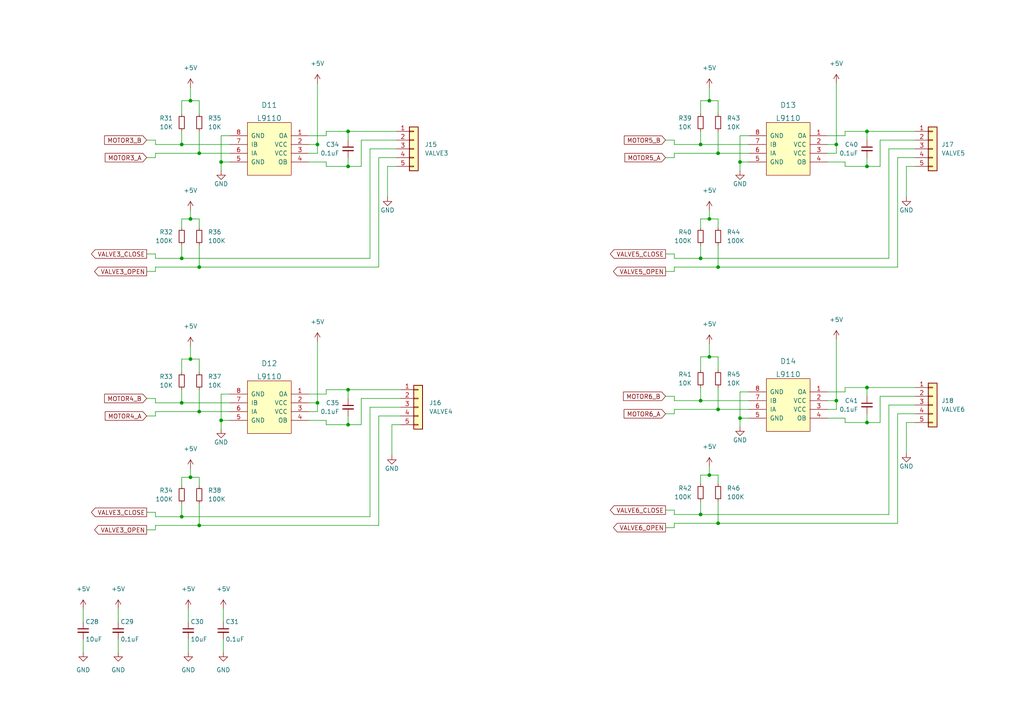
<source format=kicad_sch>
(kicad_sch (version 20211123) (generator eeschema)

  (uuid 18fee137-329f-41ab-8098-b3d99909c366)

  (paper "A4")

  (lib_symbols
    (symbol "Connector_Generic:Conn_01x05" (pin_names (offset 1.016) hide) (in_bom yes) (on_board yes)
      (property "Reference" "J" (id 0) (at 0 7.62 0)
        (effects (font (size 1.27 1.27)))
      )
      (property "Value" "Conn_01x05" (id 1) (at 0 -7.62 0)
        (effects (font (size 1.27 1.27)))
      )
      (property "Footprint" "" (id 2) (at 0 0 0)
        (effects (font (size 1.27 1.27)) hide)
      )
      (property "Datasheet" "~" (id 3) (at 0 0 0)
        (effects (font (size 1.27 1.27)) hide)
      )
      (property "ki_keywords" "connector" (id 4) (at 0 0 0)
        (effects (font (size 1.27 1.27)) hide)
      )
      (property "ki_description" "Generic connector, single row, 01x05, script generated (kicad-library-utils/schlib/autogen/connector/)" (id 5) (at 0 0 0)
        (effects (font (size 1.27 1.27)) hide)
      )
      (property "ki_fp_filters" "Connector*:*_1x??_*" (id 6) (at 0 0 0)
        (effects (font (size 1.27 1.27)) hide)
      )
      (symbol "Conn_01x05_1_1"
        (rectangle (start -1.27 -4.953) (end 0 -5.207)
          (stroke (width 0.1524) (type default) (color 0 0 0 0))
          (fill (type none))
        )
        (rectangle (start -1.27 -2.413) (end 0 -2.667)
          (stroke (width 0.1524) (type default) (color 0 0 0 0))
          (fill (type none))
        )
        (rectangle (start -1.27 0.127) (end 0 -0.127)
          (stroke (width 0.1524) (type default) (color 0 0 0 0))
          (fill (type none))
        )
        (rectangle (start -1.27 2.667) (end 0 2.413)
          (stroke (width 0.1524) (type default) (color 0 0 0 0))
          (fill (type none))
        )
        (rectangle (start -1.27 5.207) (end 0 4.953)
          (stroke (width 0.1524) (type default) (color 0 0 0 0))
          (fill (type none))
        )
        (rectangle (start -1.27 6.35) (end 1.27 -6.35)
          (stroke (width 0.254) (type default) (color 0 0 0 0))
          (fill (type background))
        )
        (pin passive line (at -5.08 5.08 0) (length 3.81)
          (name "Pin_1" (effects (font (size 1.27 1.27))))
          (number "1" (effects (font (size 1.27 1.27))))
        )
        (pin passive line (at -5.08 2.54 0) (length 3.81)
          (name "Pin_2" (effects (font (size 1.27 1.27))))
          (number "2" (effects (font (size 1.27 1.27))))
        )
        (pin passive line (at -5.08 0 0) (length 3.81)
          (name "Pin_3" (effects (font (size 1.27 1.27))))
          (number "3" (effects (font (size 1.27 1.27))))
        )
        (pin passive line (at -5.08 -2.54 0) (length 3.81)
          (name "Pin_4" (effects (font (size 1.27 1.27))))
          (number "4" (effects (font (size 1.27 1.27))))
        )
        (pin passive line (at -5.08 -5.08 0) (length 3.81)
          (name "Pin_5" (effects (font (size 1.27 1.27))))
          (number "5" (effects (font (size 1.27 1.27))))
        )
      )
    )
    (symbol "Device:C_Small" (pin_numbers hide) (pin_names (offset 0.254) hide) (in_bom yes) (on_board yes)
      (property "Reference" "C" (id 0) (at 0.254 1.778 0)
        (effects (font (size 1.27 1.27)) (justify left))
      )
      (property "Value" "C_Small" (id 1) (at 0.254 -2.032 0)
        (effects (font (size 1.27 1.27)) (justify left))
      )
      (property "Footprint" "" (id 2) (at 0 0 0)
        (effects (font (size 1.27 1.27)) hide)
      )
      (property "Datasheet" "~" (id 3) (at 0 0 0)
        (effects (font (size 1.27 1.27)) hide)
      )
      (property "ki_keywords" "capacitor cap" (id 4) (at 0 0 0)
        (effects (font (size 1.27 1.27)) hide)
      )
      (property "ki_description" "Unpolarized capacitor, small symbol" (id 5) (at 0 0 0)
        (effects (font (size 1.27 1.27)) hide)
      )
      (property "ki_fp_filters" "C_*" (id 6) (at 0 0 0)
        (effects (font (size 1.27 1.27)) hide)
      )
      (symbol "C_Small_0_1"
        (polyline
          (pts
            (xy -1.524 -0.508)
            (xy 1.524 -0.508)
          )
          (stroke (width 0.3302) (type default) (color 0 0 0 0))
          (fill (type none))
        )
        (polyline
          (pts
            (xy -1.524 0.508)
            (xy 1.524 0.508)
          )
          (stroke (width 0.3048) (type default) (color 0 0 0 0))
          (fill (type none))
        )
      )
      (symbol "C_Small_1_1"
        (pin passive line (at 0 2.54 270) (length 2.032)
          (name "~" (effects (font (size 1.27 1.27))))
          (number "1" (effects (font (size 1.27 1.27))))
        )
        (pin passive line (at 0 -2.54 90) (length 2.032)
          (name "~" (effects (font (size 1.27 1.27))))
          (number "2" (effects (font (size 1.27 1.27))))
        )
      )
    )
    (symbol "Device:R_Small" (pin_numbers hide) (pin_names (offset 0.254) hide) (in_bom yes) (on_board yes)
      (property "Reference" "R" (id 0) (at 0.762 0.508 0)
        (effects (font (size 1.27 1.27)) (justify left))
      )
      (property "Value" "R_Small" (id 1) (at 0.762 -1.016 0)
        (effects (font (size 1.27 1.27)) (justify left))
      )
      (property "Footprint" "" (id 2) (at 0 0 0)
        (effects (font (size 1.27 1.27)) hide)
      )
      (property "Datasheet" "~" (id 3) (at 0 0 0)
        (effects (font (size 1.27 1.27)) hide)
      )
      (property "ki_keywords" "R resistor" (id 4) (at 0 0 0)
        (effects (font (size 1.27 1.27)) hide)
      )
      (property "ki_description" "Resistor, small symbol" (id 5) (at 0 0 0)
        (effects (font (size 1.27 1.27)) hide)
      )
      (property "ki_fp_filters" "R_*" (id 6) (at 0 0 0)
        (effects (font (size 1.27 1.27)) hide)
      )
      (symbol "R_Small_0_1"
        (rectangle (start -0.762 1.778) (end 0.762 -1.778)
          (stroke (width 0.2032) (type default) (color 0 0 0 0))
          (fill (type none))
        )
      )
      (symbol "R_Small_1_1"
        (pin passive line (at 0 2.54 270) (length 0.762)
          (name "~" (effects (font (size 1.27 1.27))))
          (number "1" (effects (font (size 1.27 1.27))))
        )
        (pin passive line (at 0 -2.54 90) (length 0.762)
          (name "~" (effects (font (size 1.27 1.27))))
          (number "2" (effects (font (size 1.27 1.27))))
        )
      )
    )
    (symbol "plumbing_controller:L9110" (pin_names (offset 1.016)) (in_bom yes) (on_board yes)
      (property "Reference" "D2" (id 0) (at 0 12.7 0)
        (effects (font (size 1.524 1.524)))
      )
      (property "Value" "L9110" (id 1) (at 0 8.89 0)
        (effects (font (size 1.524 1.524)))
      )
      (property "Footprint" "Package_SO:SOP-8_3.76x4.96mm_P1.27mm" (id 2) (at 0 8.89 0)
        (effects (font (size 1.524 1.524)) hide)
      )
      (property "Datasheet" "" (id 3) (at 1.27 0 0)
        (effects (font (size 1.524 1.524)))
      )
      (symbol "L9110_0_1"
        (rectangle (start -6.35 7.62) (end 6.35 -7.62)
          (stroke (width 0) (type default) (color 0 0 0 0))
          (fill (type background))
        )
      )
      (symbol "L9110_1_1"
        (pin output line (at -11.43 3.81 0) (length 5.08)
          (name "OA" (effects (font (size 1.27 1.27))))
          (number "1" (effects (font (size 1.27 1.27))))
        )
        (pin power_in line (at -11.43 1.27 0) (length 5.08)
          (name "VCC" (effects (font (size 1.27 1.27))))
          (number "2" (effects (font (size 1.27 1.27))))
        )
        (pin power_in line (at -11.43 -1.27 0) (length 5.08)
          (name "VCC" (effects (font (size 1.27 1.27))))
          (number "3" (effects (font (size 1.27 1.27))))
        )
        (pin output line (at -11.43 -3.81 0) (length 5.08)
          (name "OB" (effects (font (size 1.27 1.27))))
          (number "4" (effects (font (size 1.27 1.27))))
        )
        (pin power_in line (at 11.43 -3.81 180) (length 5.08)
          (name "GND" (effects (font (size 1.27 1.27))))
          (number "5" (effects (font (size 1.27 1.27))))
        )
        (pin input line (at 11.43 -1.27 180) (length 5.08)
          (name "IA" (effects (font (size 1.27 1.27))))
          (number "6" (effects (font (size 1.27 1.27))))
        )
        (pin input line (at 11.43 1.27 180) (length 5.08)
          (name "IB" (effects (font (size 1.27 1.27))))
          (number "7" (effects (font (size 1.27 1.27))))
        )
        (pin power_in line (at 11.43 3.81 180) (length 5.08)
          (name "GND" (effects (font (size 1.27 1.27))))
          (number "8" (effects (font (size 1.27 1.27))))
        )
      )
    )
    (symbol "power:+5V" (power) (pin_names (offset 0)) (in_bom yes) (on_board yes)
      (property "Reference" "#PWR" (id 0) (at 0 -3.81 0)
        (effects (font (size 1.27 1.27)) hide)
      )
      (property "Value" "+5V" (id 1) (at 0 3.556 0)
        (effects (font (size 1.27 1.27)))
      )
      (property "Footprint" "" (id 2) (at 0 0 0)
        (effects (font (size 1.27 1.27)) hide)
      )
      (property "Datasheet" "" (id 3) (at 0 0 0)
        (effects (font (size 1.27 1.27)) hide)
      )
      (property "ki_keywords" "power-flag" (id 4) (at 0 0 0)
        (effects (font (size 1.27 1.27)) hide)
      )
      (property "ki_description" "Power symbol creates a global label with name \"+5V\"" (id 5) (at 0 0 0)
        (effects (font (size 1.27 1.27)) hide)
      )
      (symbol "+5V_0_1"
        (polyline
          (pts
            (xy -0.762 1.27)
            (xy 0 2.54)
          )
          (stroke (width 0) (type default) (color 0 0 0 0))
          (fill (type none))
        )
        (polyline
          (pts
            (xy 0 0)
            (xy 0 2.54)
          )
          (stroke (width 0) (type default) (color 0 0 0 0))
          (fill (type none))
        )
        (polyline
          (pts
            (xy 0 2.54)
            (xy 0.762 1.27)
          )
          (stroke (width 0) (type default) (color 0 0 0 0))
          (fill (type none))
        )
      )
      (symbol "+5V_1_1"
        (pin power_in line (at 0 0 90) (length 0) hide
          (name "+5V" (effects (font (size 1.27 1.27))))
          (number "1" (effects (font (size 1.27 1.27))))
        )
      )
    )
    (symbol "power:GND" (power) (pin_names (offset 0)) (in_bom yes) (on_board yes)
      (property "Reference" "#PWR" (id 0) (at 0 -6.35 0)
        (effects (font (size 1.27 1.27)) hide)
      )
      (property "Value" "GND" (id 1) (at 0 -3.81 0)
        (effects (font (size 1.27 1.27)))
      )
      (property "Footprint" "" (id 2) (at 0 0 0)
        (effects (font (size 1.27 1.27)) hide)
      )
      (property "Datasheet" "" (id 3) (at 0 0 0)
        (effects (font (size 1.27 1.27)) hide)
      )
      (property "ki_keywords" "power-flag" (id 4) (at 0 0 0)
        (effects (font (size 1.27 1.27)) hide)
      )
      (property "ki_description" "Power symbol creates a global label with name \"GND\" , ground" (id 5) (at 0 0 0)
        (effects (font (size 1.27 1.27)) hide)
      )
      (symbol "GND_0_1"
        (polyline
          (pts
            (xy 0 0)
            (xy 0 -1.27)
            (xy 1.27 -1.27)
            (xy 0 -2.54)
            (xy -1.27 -1.27)
            (xy 0 -1.27)
          )
          (stroke (width 0) (type default) (color 0 0 0 0))
          (fill (type none))
        )
      )
      (symbol "GND_1_1"
        (pin power_in line (at 0 0 270) (length 0) hide
          (name "GND" (effects (font (size 1.27 1.27))))
          (number "1" (effects (font (size 1.27 1.27))))
        )
      )
    )
  )

  (junction (at 208.28 118.745) (diameter 0) (color 0 0 0 0)
    (uuid 200e0df9-acb9-4ec5-aba7-c371a39a7e06)
  )
  (junction (at 64.135 121.92) (diameter 0) (color 0 0 0 0)
    (uuid 20248d9b-5e2f-4a3c-b562-afbd22fa4010)
  )
  (junction (at 205.74 29.21) (diameter 0) (color 0 0 0 0)
    (uuid 2e1025ec-3df9-4c6a-8254-8dc559b62152)
  )
  (junction (at 55.245 29.21) (diameter 0) (color 0 0 0 0)
    (uuid 33ccebbf-9db2-46c8-89b1-c1f47536c834)
  )
  (junction (at 251.46 122.555) (diameter 0) (color 0 0 0 0)
    (uuid 39b5c48f-153d-4d76-8441-c66d5901cfe2)
  )
  (junction (at 251.46 38.1) (diameter 0) (color 0 0 0 0)
    (uuid 3f90a797-c923-49fc-88e4-0249079cc94a)
  )
  (junction (at 205.74 63.5) (diameter 0) (color 0 0 0 0)
    (uuid 490582e9-52a3-4681-8278-ef49672b7af7)
  )
  (junction (at 203.2 116.205) (diameter 0) (color 0 0 0 0)
    (uuid 4a379e24-917d-4e44-a883-ffdf2907e034)
  )
  (junction (at 208.28 77.47) (diameter 0) (color 0 0 0 0)
    (uuid 4c834a8a-10d0-499c-bce3-559388553b26)
  )
  (junction (at 64.135 46.99) (diameter 0) (color 0 0 0 0)
    (uuid 5948da60-1a96-4038-818b-320b64589b58)
  )
  (junction (at 203.2 41.91) (diameter 0) (color 0 0 0 0)
    (uuid 656dfc17-2e79-473f-89bd-1384b099f901)
  )
  (junction (at 214.63 121.285) (diameter 0) (color 0 0 0 0)
    (uuid 74e8ea61-9436-4e2b-aeda-ce5a8037c95d)
  )
  (junction (at 100.965 113.03) (diameter 0) (color 0 0 0 0)
    (uuid 77c1fd22-cad7-4c18-8715-f1fbf74f4d19)
  )
  (junction (at 55.245 63.5) (diameter 0) (color 0 0 0 0)
    (uuid 77d0b109-2d33-4e6f-9ad4-8e19650a0d56)
  )
  (junction (at 251.46 112.395) (diameter 0) (color 0 0 0 0)
    (uuid 7cecefd6-e8c2-4ad0-850f-b5408b6cb7af)
  )
  (junction (at 92.075 116.84) (diameter 0) (color 0 0 0 0)
    (uuid 7e72da7c-f154-4b32-b01f-2d8e99714da3)
  )
  (junction (at 55.245 138.43) (diameter 0) (color 0 0 0 0)
    (uuid 83190d22-868f-40bb-ad35-77f6e97b24fa)
  )
  (junction (at 57.785 44.45) (diameter 0) (color 0 0 0 0)
    (uuid 84158cf3-5a3c-4195-98d7-3652c9405fa0)
  )
  (junction (at 52.705 41.91) (diameter 0) (color 0 0 0 0)
    (uuid 8b9c437b-bbbe-4b13-8c8a-f912e759151d)
  )
  (junction (at 208.28 44.45) (diameter 0) (color 0 0 0 0)
    (uuid 926152d2-c568-4541-b40a-e33200b24e79)
  )
  (junction (at 203.2 74.93) (diameter 0) (color 0 0 0 0)
    (uuid 9280398d-bd01-48c1-86fd-04e6ec7cb529)
  )
  (junction (at 205.74 103.505) (diameter 0) (color 0 0 0 0)
    (uuid 97d2b92f-c152-441c-8ff2-108cce074e8a)
  )
  (junction (at 251.46 48.26) (diameter 0) (color 0 0 0 0)
    (uuid 97da67a5-f6d2-4c5e-af39-ab71dea9b95d)
  )
  (junction (at 52.705 116.84) (diameter 0) (color 0 0 0 0)
    (uuid a9076f29-cdd7-400c-967b-c1ebbcd8cb57)
  )
  (junction (at 208.28 151.765) (diameter 0) (color 0 0 0 0)
    (uuid af860784-fb7c-4196-a2ec-cb3dba4b3d71)
  )
  (junction (at 242.57 41.91) (diameter 0) (color 0 0 0 0)
    (uuid b1d60160-2d98-411c-a6f4-4191fd6fdfa1)
  )
  (junction (at 52.705 149.86) (diameter 0) (color 0 0 0 0)
    (uuid b770e116-9d97-47ef-8da5-00fc1d061cbc)
  )
  (junction (at 242.57 116.205) (diameter 0) (color 0 0 0 0)
    (uuid b84e5009-b72a-45a4-b22a-4653ea1e34f6)
  )
  (junction (at 55.245 104.14) (diameter 0) (color 0 0 0 0)
    (uuid b8a1837c-c0ab-489d-9dc3-fcd39564c371)
  )
  (junction (at 100.965 38.1) (diameter 0) (color 0 0 0 0)
    (uuid c5860de2-2a8a-425e-b76f-9d39eac35b0a)
  )
  (junction (at 52.705 74.93) (diameter 0) (color 0 0 0 0)
    (uuid cb459cda-33b3-4dad-8c89-1215f6911139)
  )
  (junction (at 100.965 123.19) (diameter 0) (color 0 0 0 0)
    (uuid cbd89bb5-7eb8-4d4c-b042-5423df2f18cd)
  )
  (junction (at 57.785 77.47) (diameter 0) (color 0 0 0 0)
    (uuid d3ec8c46-cc41-4180-aa99-90765f6451cc)
  )
  (junction (at 205.74 137.795) (diameter 0) (color 0 0 0 0)
    (uuid d4803d50-b0b8-4e8e-beca-0aefccc0c830)
  )
  (junction (at 92.075 41.91) (diameter 0) (color 0 0 0 0)
    (uuid e31c2356-0f6d-4fee-8554-4c9b0c8a0f90)
  )
  (junction (at 57.785 119.38) (diameter 0) (color 0 0 0 0)
    (uuid ebfa4b0b-5726-4fb7-a313-8fc54622cbae)
  )
  (junction (at 57.785 152.4) (diameter 0) (color 0 0 0 0)
    (uuid f30c1495-2f4f-4f8b-873d-4464579a06d6)
  )
  (junction (at 203.2 149.225) (diameter 0) (color 0 0 0 0)
    (uuid f386c820-6943-4491-a7ce-6a5a061d821a)
  )
  (junction (at 214.63 46.99) (diameter 0) (color 0 0 0 0)
    (uuid f7c1dddb-0914-4126-bd78-81360fe0584e)
  )
  (junction (at 100.965 48.26) (diameter 0) (color 0 0 0 0)
    (uuid fa519553-5816-406d-85d8-62821572f82f)
  )

  (wire (pts (xy 195.58 41.91) (xy 195.58 40.64))
    (stroke (width 0) (type default) (color 0 0 0 0))
    (uuid 002ff497-94fb-412c-a707-4090f158565d)
  )
  (wire (pts (xy 109.855 152.4) (xy 57.785 152.4))
    (stroke (width 0) (type default) (color 0 0 0 0))
    (uuid 00df38da-9138-480f-b627-fbfe07011a26)
  )
  (wire (pts (xy 55.245 138.43) (xy 52.705 138.43))
    (stroke (width 0) (type default) (color 0 0 0 0))
    (uuid 05beeb22-f66a-49e8-9f8c-ba91cb8c35c3)
  )
  (wire (pts (xy 195.58 114.935) (xy 193.04 114.935))
    (stroke (width 0) (type default) (color 0 0 0 0))
    (uuid 05c5e35d-bffd-4cbc-819e-046bf9b96db5)
  )
  (wire (pts (xy 55.245 63.5) (xy 52.705 63.5))
    (stroke (width 0) (type default) (color 0 0 0 0))
    (uuid 095d41c1-113e-44a8-99b2-c1c8b170b83f)
  )
  (wire (pts (xy 205.74 103.505) (xy 203.2 103.505))
    (stroke (width 0) (type default) (color 0 0 0 0))
    (uuid 0a09b454-9cfe-412c-843e-97eda02cdcc9)
  )
  (wire (pts (xy 203.2 137.795) (xy 203.2 140.335))
    (stroke (width 0) (type default) (color 0 0 0 0))
    (uuid 0a10933b-32f8-4105-a078-6a816b3616f1)
  )
  (wire (pts (xy 245.11 48.26) (xy 245.11 46.99))
    (stroke (width 0) (type default) (color 0 0 0 0))
    (uuid 0a836d16-7140-4b0c-9cee-8ab0bad9f445)
  )
  (wire (pts (xy 66.675 44.45) (xy 57.785 44.45))
    (stroke (width 0) (type default) (color 0 0 0 0))
    (uuid 0d367d90-a56b-4580-ae5c-a52607d1164c)
  )
  (wire (pts (xy 66.675 114.3) (xy 64.135 114.3))
    (stroke (width 0) (type default) (color 0 0 0 0))
    (uuid 0e23988c-f58d-476f-b783-2f820a0be996)
  )
  (wire (pts (xy 45.085 74.93) (xy 45.085 73.66))
    (stroke (width 0) (type default) (color 0 0 0 0))
    (uuid 0e3fbe29-3c29-4d1a-8a1e-a1a305db3e56)
  )
  (wire (pts (xy 52.705 146.05) (xy 52.705 149.86))
    (stroke (width 0) (type default) (color 0 0 0 0))
    (uuid 0f289ddb-2868-4169-800e-6e5d82adee99)
  )
  (wire (pts (xy 255.27 114.935) (xy 255.27 122.555))
    (stroke (width 0) (type default) (color 0 0 0 0))
    (uuid 105f1f1d-6fa5-4a57-bfe9-b0a3b965a152)
  )
  (wire (pts (xy 203.2 149.225) (xy 195.58 149.225))
    (stroke (width 0) (type default) (color 0 0 0 0))
    (uuid 173d00dd-6967-4173-af9f-f32c557ba6fc)
  )
  (wire (pts (xy 255.27 122.555) (xy 251.46 122.555))
    (stroke (width 0) (type default) (color 0 0 0 0))
    (uuid 175003d5-fb9a-4132-a6ab-1f7c5ca92b37)
  )
  (wire (pts (xy 57.785 152.4) (xy 45.085 152.4))
    (stroke (width 0) (type default) (color 0 0 0 0))
    (uuid 1d617b68-7caf-47a6-954c-947b12ecf234)
  )
  (wire (pts (xy 45.085 41.91) (xy 45.085 40.64))
    (stroke (width 0) (type default) (color 0 0 0 0))
    (uuid 1d9058b7-12b5-43e8-9e9e-223e13cbece6)
  )
  (wire (pts (xy 94.615 48.26) (xy 94.615 46.99))
    (stroke (width 0) (type default) (color 0 0 0 0))
    (uuid 1e36017b-6233-459f-965d-98a8c6caa812)
  )
  (wire (pts (xy 265.43 38.1) (xy 251.46 38.1))
    (stroke (width 0) (type default) (color 0 0 0 0))
    (uuid 1f4d81b4-271f-465f-8962-6b8a819a0792)
  )
  (wire (pts (xy 57.785 146.05) (xy 57.785 152.4))
    (stroke (width 0) (type default) (color 0 0 0 0))
    (uuid 204bd31a-fb49-4211-9539-e5b1ac13afd3)
  )
  (wire (pts (xy 242.57 116.205) (xy 240.03 116.205))
    (stroke (width 0) (type default) (color 0 0 0 0))
    (uuid 208bde0b-db40-467a-a2e5-7a945814e4a4)
  )
  (wire (pts (xy 265.43 43.18) (xy 257.81 43.18))
    (stroke (width 0) (type default) (color 0 0 0 0))
    (uuid 2108d63a-b7c4-406c-aefd-238d45f74f91)
  )
  (wire (pts (xy 242.57 24.13) (xy 242.57 41.91))
    (stroke (width 0) (type default) (color 0 0 0 0))
    (uuid 214762c6-30f6-441c-a6bf-96d96a28d7c2)
  )
  (wire (pts (xy 203.2 29.21) (xy 203.2 33.02))
    (stroke (width 0) (type default) (color 0 0 0 0))
    (uuid 21536b21-e9f1-44c4-b25f-e708929149ab)
  )
  (wire (pts (xy 54.61 185.42) (xy 54.61 189.23))
    (stroke (width 0) (type default) (color 0 0 0 0))
    (uuid 21b5cd43-d349-4834-8dc8-e2f1878c238c)
  )
  (wire (pts (xy 57.785 66.04) (xy 57.785 63.5))
    (stroke (width 0) (type default) (color 0 0 0 0))
    (uuid 2235456f-0de2-4a6d-b43d-f3c973f229a7)
  )
  (wire (pts (xy 57.785 77.47) (xy 45.085 77.47))
    (stroke (width 0) (type default) (color 0 0 0 0))
    (uuid 22d56232-cfb9-4bbd-9e89-fe4ef8720ff2)
  )
  (wire (pts (xy 92.075 116.84) (xy 89.535 116.84))
    (stroke (width 0) (type default) (color 0 0 0 0))
    (uuid 22e5bd15-168e-49ff-a420-146f5694ce05)
  )
  (wire (pts (xy 42.545 78.74) (xy 45.085 78.74))
    (stroke (width 0) (type default) (color 0 0 0 0))
    (uuid 23d014fd-8fe3-4002-b81e-481f0c925a10)
  )
  (wire (pts (xy 205.74 137.795) (xy 203.2 137.795))
    (stroke (width 0) (type default) (color 0 0 0 0))
    (uuid 25243f82-8999-45a0-9b9c-a8c54041fb71)
  )
  (wire (pts (xy 64.77 185.42) (xy 64.77 189.23))
    (stroke (width 0) (type default) (color 0 0 0 0))
    (uuid 2567f1be-bf7d-4897-9719-df27c5cfa002)
  )
  (wire (pts (xy 265.43 114.935) (xy 255.27 114.935))
    (stroke (width 0) (type default) (color 0 0 0 0))
    (uuid 267b15a2-1f5d-4ccf-8fba-ff6da1636435)
  )
  (wire (pts (xy 100.965 45.72) (xy 100.965 48.26))
    (stroke (width 0) (type default) (color 0 0 0 0))
    (uuid 26c9fcfe-bcff-468f-8583-f76e307c8d85)
  )
  (wire (pts (xy 245.11 112.395) (xy 245.11 113.665))
    (stroke (width 0) (type default) (color 0 0 0 0))
    (uuid 280c31b6-a93f-464f-a8d0-6a331c86e6e7)
  )
  (wire (pts (xy 55.245 60.96) (xy 55.245 63.5))
    (stroke (width 0) (type default) (color 0 0 0 0))
    (uuid 282323ff-2f98-4503-aa72-73f8b87effbd)
  )
  (wire (pts (xy 195.58 45.72) (xy 193.04 45.72))
    (stroke (width 0) (type default) (color 0 0 0 0))
    (uuid 282513b4-7e31-42ed-8d4e-6d574330b353)
  )
  (wire (pts (xy 208.28 38.1) (xy 208.28 44.45))
    (stroke (width 0) (type default) (color 0 0 0 0))
    (uuid 28705f45-a5f5-475c-aeb9-b6e5139f0e39)
  )
  (wire (pts (xy 205.74 29.21) (xy 203.2 29.21))
    (stroke (width 0) (type default) (color 0 0 0 0))
    (uuid 2901e111-dd7c-42c0-ace9-e4d51e7d1168)
  )
  (wire (pts (xy 195.58 74.93) (xy 195.58 73.66))
    (stroke (width 0) (type default) (color 0 0 0 0))
    (uuid 29ef84d5-eab3-4045-9e37-50a52ced4f6a)
  )
  (wire (pts (xy 34.29 176.53) (xy 34.29 180.34))
    (stroke (width 0) (type default) (color 0 0 0 0))
    (uuid 2a2566a7-13c8-4a8c-b471-44109442d355)
  )
  (wire (pts (xy 217.17 44.45) (xy 208.28 44.45))
    (stroke (width 0) (type default) (color 0 0 0 0))
    (uuid 2a55ce23-a951-491b-9d9d-3bc6e3553373)
  )
  (wire (pts (xy 262.89 57.15) (xy 262.89 48.26))
    (stroke (width 0) (type default) (color 0 0 0 0))
    (uuid 2a7bbbf6-54ac-4d0b-9516-f495a7c81aa7)
  )
  (wire (pts (xy 57.785 104.14) (xy 55.245 104.14))
    (stroke (width 0) (type default) (color 0 0 0 0))
    (uuid 2b0d4f92-ea02-4518-824a-c9fd7e74d6eb)
  )
  (wire (pts (xy 255.27 48.26) (xy 251.46 48.26))
    (stroke (width 0) (type default) (color 0 0 0 0))
    (uuid 2c2f1194-36f8-44df-88c7-ff3d496df4e1)
  )
  (wire (pts (xy 66.675 116.84) (xy 52.705 116.84))
    (stroke (width 0) (type default) (color 0 0 0 0))
    (uuid 2e30f92d-4738-4041-9e5e-511928387f80)
  )
  (wire (pts (xy 45.085 120.65) (xy 42.545 120.65))
    (stroke (width 0) (type default) (color 0 0 0 0))
    (uuid 3121aadc-8b08-4653-9a27-081488c2ef7b)
  )
  (wire (pts (xy 100.965 120.65) (xy 100.965 123.19))
    (stroke (width 0) (type default) (color 0 0 0 0))
    (uuid 33b30b11-aae6-45d3-9738-bb2a04e89b37)
  )
  (wire (pts (xy 24.13 185.42) (xy 24.13 189.23))
    (stroke (width 0) (type default) (color 0 0 0 0))
    (uuid 34ee4bad-58d0-43a4-aa6a-9a33b0256d2f)
  )
  (wire (pts (xy 104.775 40.64) (xy 104.775 48.26))
    (stroke (width 0) (type default) (color 0 0 0 0))
    (uuid 35046ab9-5cfb-446c-91db-cfb93ec4706d)
  )
  (wire (pts (xy 45.085 115.57) (xy 42.545 115.57))
    (stroke (width 0) (type default) (color 0 0 0 0))
    (uuid 37ced3b9-f030-4bc8-96e2-c7cb4f5fcfaa)
  )
  (wire (pts (xy 205.74 60.96) (xy 205.74 63.5))
    (stroke (width 0) (type default) (color 0 0 0 0))
    (uuid 39a03480-711d-48e9-975a-884e5a46f481)
  )
  (wire (pts (xy 94.615 39.37) (xy 89.535 39.37))
    (stroke (width 0) (type default) (color 0 0 0 0))
    (uuid 3adab596-07db-4288-b358-d53744d95fae)
  )
  (wire (pts (xy 205.74 99.695) (xy 205.74 103.505))
    (stroke (width 0) (type default) (color 0 0 0 0))
    (uuid 3b54d9af-2581-44f2-b798-b3c32d08b0b0)
  )
  (wire (pts (xy 45.085 119.38) (xy 45.085 120.65))
    (stroke (width 0) (type default) (color 0 0 0 0))
    (uuid 3b699349-7032-4147-9025-cd931288f536)
  )
  (wire (pts (xy 112.395 57.15) (xy 112.395 48.26))
    (stroke (width 0) (type default) (color 0 0 0 0))
    (uuid 3ca10591-eccd-43f3-8b57-6f806bca7d8b)
  )
  (wire (pts (xy 245.11 121.285) (xy 240.03 121.285))
    (stroke (width 0) (type default) (color 0 0 0 0))
    (uuid 3e8e3e07-7b52-4551-a4b2-e397bf796eb1)
  )
  (wire (pts (xy 217.17 113.665) (xy 214.63 113.665))
    (stroke (width 0) (type default) (color 0 0 0 0))
    (uuid 406e947d-9c23-4e9e-be3d-818e9912a221)
  )
  (wire (pts (xy 57.785 29.21) (xy 55.245 29.21))
    (stroke (width 0) (type default) (color 0 0 0 0))
    (uuid 42ea7ba9-4f64-4a71-841f-962b67bd8fd0)
  )
  (wire (pts (xy 116.205 115.57) (xy 104.775 115.57))
    (stroke (width 0) (type default) (color 0 0 0 0))
    (uuid 430070b0-a58d-4d7d-88e4-a4456bb11756)
  )
  (wire (pts (xy 262.89 48.26) (xy 265.43 48.26))
    (stroke (width 0) (type default) (color 0 0 0 0))
    (uuid 435dfca0-637a-4599-afd7-67085a0d8890)
  )
  (wire (pts (xy 55.245 25.4) (xy 55.245 29.21))
    (stroke (width 0) (type default) (color 0 0 0 0))
    (uuid 4397e489-0c0b-4399-8496-99fefd12b44a)
  )
  (wire (pts (xy 45.085 40.64) (xy 42.545 40.64))
    (stroke (width 0) (type default) (color 0 0 0 0))
    (uuid 442df6fc-a35e-4cff-a405-a429f56a03db)
  )
  (wire (pts (xy 205.74 25.4) (xy 205.74 29.21))
    (stroke (width 0) (type default) (color 0 0 0 0))
    (uuid 44e19885-c1a6-4e6a-a3ef-3cfcc53ff0a7)
  )
  (wire (pts (xy 52.705 41.91) (xy 45.085 41.91))
    (stroke (width 0) (type default) (color 0 0 0 0))
    (uuid 45369eef-8f99-4712-8062-a6dd28ef3ed7)
  )
  (wire (pts (xy 116.205 120.65) (xy 109.855 120.65))
    (stroke (width 0) (type default) (color 0 0 0 0))
    (uuid 45eebd50-3ec6-46f0-85da-d9ad7a3cf152)
  )
  (wire (pts (xy 262.89 122.555) (xy 265.43 122.555))
    (stroke (width 0) (type default) (color 0 0 0 0))
    (uuid 462b1e90-a072-4658-a9cf-492bac7d5f8b)
  )
  (wire (pts (xy 45.085 73.66) (xy 42.545 73.66))
    (stroke (width 0) (type default) (color 0 0 0 0))
    (uuid 46948e10-727f-4d59-bbc2-b8f8403b1092)
  )
  (wire (pts (xy 214.63 39.37) (xy 214.63 46.99))
    (stroke (width 0) (type default) (color 0 0 0 0))
    (uuid 46abdee8-171f-4bd0-9287-60a807a0ee11)
  )
  (wire (pts (xy 208.28 77.47) (xy 195.58 77.47))
    (stroke (width 0) (type default) (color 0 0 0 0))
    (uuid 46b91c52-2dde-4f50-8232-1e22c250b5aa)
  )
  (wire (pts (xy 107.315 43.18) (xy 107.315 74.93))
    (stroke (width 0) (type default) (color 0 0 0 0))
    (uuid 47399780-3157-46e3-bb5e-eaa5c2e5584a)
  )
  (wire (pts (xy 208.28 137.795) (xy 205.74 137.795))
    (stroke (width 0) (type default) (color 0 0 0 0))
    (uuid 48637a7e-3bc8-4031-86ff-61931dd8f2b7)
  )
  (wire (pts (xy 57.785 140.97) (xy 57.785 138.43))
    (stroke (width 0) (type default) (color 0 0 0 0))
    (uuid 48fbaf76-614b-438f-803c-314008569427)
  )
  (wire (pts (xy 92.075 99.06) (xy 92.075 116.84))
    (stroke (width 0) (type default) (color 0 0 0 0))
    (uuid 4a0eedbd-3f55-4e7e-a5ce-ebb3c563ab80)
  )
  (wire (pts (xy 64.135 121.92) (xy 64.135 124.46))
    (stroke (width 0) (type default) (color 0 0 0 0))
    (uuid 4a1c5cae-a64f-41af-afff-34f03d448d83)
  )
  (wire (pts (xy 203.2 116.205) (xy 195.58 116.205))
    (stroke (width 0) (type default) (color 0 0 0 0))
    (uuid 4bad4dc0-f71e-4c67-aee6-940443e6e72a)
  )
  (wire (pts (xy 92.075 119.38) (xy 89.535 119.38))
    (stroke (width 0) (type default) (color 0 0 0 0))
    (uuid 4bd6d9ec-4c49-4228-9255-ba0b620ec228)
  )
  (wire (pts (xy 57.785 63.5) (xy 55.245 63.5))
    (stroke (width 0) (type default) (color 0 0 0 0))
    (uuid 4c264ca1-d241-45bf-83a4-923f3512d8c2)
  )
  (wire (pts (xy 255.27 40.64) (xy 255.27 48.26))
    (stroke (width 0) (type default) (color 0 0 0 0))
    (uuid 4ca9ad76-b04f-418f-b8cb-555dafd81d6a)
  )
  (wire (pts (xy 112.395 48.26) (xy 114.935 48.26))
    (stroke (width 0) (type default) (color 0 0 0 0))
    (uuid 4dd6fff0-dd91-47dc-b3fe-9b4ed8617a5c)
  )
  (wire (pts (xy 214.63 113.665) (xy 214.63 121.285))
    (stroke (width 0) (type default) (color 0 0 0 0))
    (uuid 5168179d-3e2e-4d04-ac3d-d9e0a8d56b1b)
  )
  (wire (pts (xy 251.46 120.015) (xy 251.46 122.555))
    (stroke (width 0) (type default) (color 0 0 0 0))
    (uuid 517877c9-8ee0-4add-878c-fbdd92c2c3a2)
  )
  (wire (pts (xy 104.775 115.57) (xy 104.775 123.19))
    (stroke (width 0) (type default) (color 0 0 0 0))
    (uuid 5273a43c-86ed-419c-9c83-54e5b3c39adb)
  )
  (wire (pts (xy 208.28 107.315) (xy 208.28 103.505))
    (stroke (width 0) (type default) (color 0 0 0 0))
    (uuid 54c12f9a-a1bf-4263-a61c-f082254a529b)
  )
  (wire (pts (xy 52.705 38.1) (xy 52.705 41.91))
    (stroke (width 0) (type default) (color 0 0 0 0))
    (uuid 55040446-2c04-41ec-b01e-05dbca333f69)
  )
  (wire (pts (xy 57.785 33.02) (xy 57.785 29.21))
    (stroke (width 0) (type default) (color 0 0 0 0))
    (uuid 559da473-e802-450a-b29f-6616aa27d8b5)
  )
  (wire (pts (xy 116.205 113.03) (xy 100.965 113.03))
    (stroke (width 0) (type default) (color 0 0 0 0))
    (uuid 55b2dacc-301e-47e1-aed4-ab839f3002d3)
  )
  (wire (pts (xy 55.245 104.14) (xy 52.705 104.14))
    (stroke (width 0) (type default) (color 0 0 0 0))
    (uuid 55b644f9-036c-425a-9074-932bf203bc3c)
  )
  (wire (pts (xy 55.245 29.21) (xy 52.705 29.21))
    (stroke (width 0) (type default) (color 0 0 0 0))
    (uuid 55ea6113-13ee-4ae1-9e15-a85daef09b65)
  )
  (wire (pts (xy 195.58 73.66) (xy 193.04 73.66))
    (stroke (width 0) (type default) (color 0 0 0 0))
    (uuid 56dd1b6e-bece-49c0-865f-894ce50a3e00)
  )
  (wire (pts (xy 195.58 149.225) (xy 195.58 147.955))
    (stroke (width 0) (type default) (color 0 0 0 0))
    (uuid 57e663a5-d77c-48fc-b7fc-fbc9a9b8b930)
  )
  (wire (pts (xy 54.61 176.53) (xy 54.61 180.34))
    (stroke (width 0) (type default) (color 0 0 0 0))
    (uuid 5992dd75-6d98-4623-b75c-7c23cfc5e795)
  )
  (wire (pts (xy 57.785 44.45) (xy 45.085 44.45))
    (stroke (width 0) (type default) (color 0 0 0 0))
    (uuid 5bbdff67-55cd-4570-9e4c-9b92aed38f63)
  )
  (wire (pts (xy 55.245 100.33) (xy 55.245 104.14))
    (stroke (width 0) (type default) (color 0 0 0 0))
    (uuid 5d615d56-fc1a-44c1-b0ea-f221f876c042)
  )
  (wire (pts (xy 217.17 39.37) (xy 214.63 39.37))
    (stroke (width 0) (type default) (color 0 0 0 0))
    (uuid 5e27c0b5-5f39-4f35-bda1-b7824fd0fa19)
  )
  (wire (pts (xy 262.89 131.445) (xy 262.89 122.555))
    (stroke (width 0) (type default) (color 0 0 0 0))
    (uuid 5e526fa3-11bb-459d-a0e3-08e6c8e90e64)
  )
  (wire (pts (xy 208.28 44.45) (xy 195.58 44.45))
    (stroke (width 0) (type default) (color 0 0 0 0))
    (uuid 5fdd061c-c4ba-4fb4-b399-55382e5f40fd)
  )
  (wire (pts (xy 64.135 39.37) (xy 64.135 46.99))
    (stroke (width 0) (type default) (color 0 0 0 0))
    (uuid 60bacec9-61c6-4bc1-8ac2-a601a773331e)
  )
  (wire (pts (xy 57.785 113.03) (xy 57.785 119.38))
    (stroke (width 0) (type default) (color 0 0 0 0))
    (uuid 612608e0-a3db-42f0-a866-d15d5415e534)
  )
  (wire (pts (xy 45.085 45.72) (xy 42.545 45.72))
    (stroke (width 0) (type default) (color 0 0 0 0))
    (uuid 6168decd-a159-4f41-9ca6-4e585372d270)
  )
  (wire (pts (xy 113.665 123.19) (xy 116.205 123.19))
    (stroke (width 0) (type default) (color 0 0 0 0))
    (uuid 616d1222-1477-4cca-811f-ffa7f8e0048b)
  )
  (wire (pts (xy 245.11 38.1) (xy 245.11 39.37))
    (stroke (width 0) (type default) (color 0 0 0 0))
    (uuid 62bf9832-a8de-4e86-9893-ed17aa788a1b)
  )
  (wire (pts (xy 195.58 40.64) (xy 193.04 40.64))
    (stroke (width 0) (type default) (color 0 0 0 0))
    (uuid 63f44921-049b-4ac7-a013-c2813731d0b5)
  )
  (wire (pts (xy 242.57 44.45) (xy 240.03 44.45))
    (stroke (width 0) (type default) (color 0 0 0 0))
    (uuid 64b95130-170c-44bc-b554-bee92402244b)
  )
  (wire (pts (xy 52.705 116.84) (xy 45.085 116.84))
    (stroke (width 0) (type default) (color 0 0 0 0))
    (uuid 65aa6ce0-be87-4618-81ab-d93c775c9eab)
  )
  (wire (pts (xy 57.785 107.95) (xy 57.785 104.14))
    (stroke (width 0) (type default) (color 0 0 0 0))
    (uuid 6621a312-f24c-42b7-883b-5130b1345552)
  )
  (wire (pts (xy 260.35 77.47) (xy 208.28 77.47))
    (stroke (width 0) (type default) (color 0 0 0 0))
    (uuid 6672b3bb-07c5-4d5a-865d-bc11ed4db4fe)
  )
  (wire (pts (xy 251.46 112.395) (xy 251.46 114.935))
    (stroke (width 0) (type default) (color 0 0 0 0))
    (uuid 68e8101b-8de0-41ea-bbf6-73cb5ff2c57d)
  )
  (wire (pts (xy 64.135 121.92) (xy 66.675 121.92))
    (stroke (width 0) (type default) (color 0 0 0 0))
    (uuid 6e21deb7-c134-4cd3-854e-dd1fc728491b)
  )
  (wire (pts (xy 42.545 153.67) (xy 45.085 153.67))
    (stroke (width 0) (type default) (color 0 0 0 0))
    (uuid 6e7ba818-1db6-462a-9f81-68253e39ffa5)
  )
  (wire (pts (xy 107.315 118.11) (xy 107.315 149.86))
    (stroke (width 0) (type default) (color 0 0 0 0))
    (uuid 6e87820a-39f0-4aa0-a74e-842d91ee63a9)
  )
  (wire (pts (xy 251.46 45.72) (xy 251.46 48.26))
    (stroke (width 0) (type default) (color 0 0 0 0))
    (uuid 727b891b-7f44-4a13-bc4a-57b78cba01f9)
  )
  (wire (pts (xy 208.28 33.02) (xy 208.28 29.21))
    (stroke (width 0) (type default) (color 0 0 0 0))
    (uuid 76f93442-0097-4cb9-8901-e593faa9b149)
  )
  (wire (pts (xy 92.075 116.84) (xy 92.075 119.38))
    (stroke (width 0) (type default) (color 0 0 0 0))
    (uuid 77ae4ef7-72b8-4458-94bf-c6a3b0890fa2)
  )
  (wire (pts (xy 92.075 41.91) (xy 89.535 41.91))
    (stroke (width 0) (type default) (color 0 0 0 0))
    (uuid 78410d14-c14b-4071-9db6-a609dd206972)
  )
  (wire (pts (xy 214.63 46.99) (xy 214.63 49.53))
    (stroke (width 0) (type default) (color 0 0 0 0))
    (uuid 7858a893-878c-4ba3-a45a-e91cafc87758)
  )
  (wire (pts (xy 195.58 78.74) (xy 195.58 77.47))
    (stroke (width 0) (type default) (color 0 0 0 0))
    (uuid 7b96e422-27b8-4cc1-8278-8be194dc7ae5)
  )
  (wire (pts (xy 116.205 118.11) (xy 107.315 118.11))
    (stroke (width 0) (type default) (color 0 0 0 0))
    (uuid 7bc2d318-1e4d-4684-97d0-acabb09e65a7)
  )
  (wire (pts (xy 208.28 71.12) (xy 208.28 77.47))
    (stroke (width 0) (type default) (color 0 0 0 0))
    (uuid 7c093a20-fbcf-4f7c-9bf8-8286ad5b2113)
  )
  (wire (pts (xy 107.315 149.86) (xy 52.705 149.86))
    (stroke (width 0) (type default) (color 0 0 0 0))
    (uuid 7c7edc31-5b1c-44fe-af72-a42eb6ca99da)
  )
  (wire (pts (xy 242.57 41.91) (xy 242.57 44.45))
    (stroke (width 0) (type default) (color 0 0 0 0))
    (uuid 7cc6c890-83ea-4ff3-b4a7-432f0413feba)
  )
  (wire (pts (xy 45.085 78.74) (xy 45.085 77.47))
    (stroke (width 0) (type default) (color 0 0 0 0))
    (uuid 7f24bc99-8004-4ed2-a9f6-5a702d27d821)
  )
  (wire (pts (xy 203.2 74.93) (xy 195.58 74.93))
    (stroke (width 0) (type default) (color 0 0 0 0))
    (uuid 7f87043e-2f58-4d7e-b813-624ee3f7c461)
  )
  (wire (pts (xy 94.615 123.19) (xy 94.615 121.92))
    (stroke (width 0) (type default) (color 0 0 0 0))
    (uuid 8015f816-401d-4513-86ea-8d34bf9ece3b)
  )
  (wire (pts (xy 45.085 116.84) (xy 45.085 115.57))
    (stroke (width 0) (type default) (color 0 0 0 0))
    (uuid 810e5a41-a6f5-481a-b74f-2a02da36e85c)
  )
  (wire (pts (xy 208.28 29.21) (xy 205.74 29.21))
    (stroke (width 0) (type default) (color 0 0 0 0))
    (uuid 82c646d1-ff8a-4481-9eee-b498cc91b0ea)
  )
  (wire (pts (xy 245.11 46.99) (xy 240.03 46.99))
    (stroke (width 0) (type default) (color 0 0 0 0))
    (uuid 8513cbc4-1a10-45c8-8111-8d71722f6eff)
  )
  (wire (pts (xy 260.35 120.015) (xy 260.35 151.765))
    (stroke (width 0) (type default) (color 0 0 0 0))
    (uuid 85481c2b-9e62-4a46-815e-fa6baca60c68)
  )
  (wire (pts (xy 214.63 46.99) (xy 217.17 46.99))
    (stroke (width 0) (type default) (color 0 0 0 0))
    (uuid 85cd97ab-cf4d-4e57-9df8-4235c51cf455)
  )
  (wire (pts (xy 64.135 46.99) (xy 66.675 46.99))
    (stroke (width 0) (type default) (color 0 0 0 0))
    (uuid 86a2f9c7-7c4a-41ae-9374-d0d2a8aec611)
  )
  (wire (pts (xy 52.705 71.12) (xy 52.705 74.93))
    (stroke (width 0) (type default) (color 0 0 0 0))
    (uuid 86d0b5f5-b4d5-4a36-95ad-3eff4b226033)
  )
  (wire (pts (xy 52.705 104.14) (xy 52.705 107.95))
    (stroke (width 0) (type default) (color 0 0 0 0))
    (uuid 87c5f2b1-f181-4621-bf11-926d714f6359)
  )
  (wire (pts (xy 208.28 66.04) (xy 208.28 63.5))
    (stroke (width 0) (type default) (color 0 0 0 0))
    (uuid 888ba55c-f753-44e6-9c9d-b3c4964f5586)
  )
  (wire (pts (xy 100.965 113.03) (xy 94.615 113.03))
    (stroke (width 0) (type default) (color 0 0 0 0))
    (uuid 88df95b5-4878-4c01-9f66-f5d413720481)
  )
  (wire (pts (xy 94.615 38.1) (xy 94.615 39.37))
    (stroke (width 0) (type default) (color 0 0 0 0))
    (uuid 8924e1b2-d8ee-46ca-be87-7d6e68b0a41f)
  )
  (wire (pts (xy 251.46 38.1) (xy 245.11 38.1))
    (stroke (width 0) (type default) (color 0 0 0 0))
    (uuid 8adff72a-3035-45e0-9c16-95620b77d4c5)
  )
  (wire (pts (xy 52.705 113.03) (xy 52.705 116.84))
    (stroke (width 0) (type default) (color 0 0 0 0))
    (uuid 8b572ffe-33f2-4ed5-b329-9eba89ef36c3)
  )
  (wire (pts (xy 203.2 145.415) (xy 203.2 149.225))
    (stroke (width 0) (type default) (color 0 0 0 0))
    (uuid 8bdfd6ac-96d3-4067-8e7f-bbdfba51843d)
  )
  (wire (pts (xy 94.615 46.99) (xy 89.535 46.99))
    (stroke (width 0) (type default) (color 0 0 0 0))
    (uuid 8c722a96-b4f1-4d4b-a65b-4d33d699bee0)
  )
  (wire (pts (xy 107.315 74.93) (xy 52.705 74.93))
    (stroke (width 0) (type default) (color 0 0 0 0))
    (uuid 8d26e1c1-c94d-4f30-84cd-a90c59f52117)
  )
  (wire (pts (xy 52.705 63.5) (xy 52.705 66.04))
    (stroke (width 0) (type default) (color 0 0 0 0))
    (uuid 8d298d71-da76-4ac5-93b5-1e1c4408b479)
  )
  (wire (pts (xy 55.245 135.89) (xy 55.245 138.43))
    (stroke (width 0) (type default) (color 0 0 0 0))
    (uuid 8e5c6c65-799a-43a5-b094-0eace5088074)
  )
  (wire (pts (xy 265.43 40.64) (xy 255.27 40.64))
    (stroke (width 0) (type default) (color 0 0 0 0))
    (uuid 8ed67c00-508c-42e2-9f70-52b75ba197d5)
  )
  (wire (pts (xy 205.74 135.255) (xy 205.74 137.795))
    (stroke (width 0) (type default) (color 0 0 0 0))
    (uuid 8f1370d4-a983-4e1d-a213-27cb23348895)
  )
  (wire (pts (xy 251.46 48.26) (xy 245.11 48.26))
    (stroke (width 0) (type default) (color 0 0 0 0))
    (uuid 8f17b184-09f3-416f-9736-f4d22a018d74)
  )
  (wire (pts (xy 195.58 44.45) (xy 195.58 45.72))
    (stroke (width 0) (type default) (color 0 0 0 0))
    (uuid 90a391a7-88ac-473e-8292-351957c37a83)
  )
  (wire (pts (xy 203.2 103.505) (xy 203.2 107.315))
    (stroke (width 0) (type default) (color 0 0 0 0))
    (uuid 9107b113-45ed-4309-bbc4-dbb2babe2fb2)
  )
  (wire (pts (xy 100.965 113.03) (xy 100.965 115.57))
    (stroke (width 0) (type default) (color 0 0 0 0))
    (uuid 9107f521-2658-4615-b4a2-d074a20fde1a)
  )
  (wire (pts (xy 251.46 38.1) (xy 251.46 40.64))
    (stroke (width 0) (type default) (color 0 0 0 0))
    (uuid 92d1803b-fdf9-4528-877e-ca948b53708b)
  )
  (wire (pts (xy 217.17 41.91) (xy 203.2 41.91))
    (stroke (width 0) (type default) (color 0 0 0 0))
    (uuid 936fa6d5-5b75-4dde-9f0f-c4e1e3323669)
  )
  (wire (pts (xy 217.17 118.745) (xy 208.28 118.745))
    (stroke (width 0) (type default) (color 0 0 0 0))
    (uuid 93fc2d61-a38c-45fb-93df-52a881fe9065)
  )
  (wire (pts (xy 64.77 176.53) (xy 64.77 180.34))
    (stroke (width 0) (type default) (color 0 0 0 0))
    (uuid 94c0a564-53fb-481d-9546-a9542a79e8cf)
  )
  (wire (pts (xy 195.58 116.205) (xy 195.58 114.935))
    (stroke (width 0) (type default) (color 0 0 0 0))
    (uuid 956829af-1745-4210-ab5c-ce80682682a3)
  )
  (wire (pts (xy 114.935 40.64) (xy 104.775 40.64))
    (stroke (width 0) (type default) (color 0 0 0 0))
    (uuid 95d6617f-9416-4644-a63c-ad4dbca3714d)
  )
  (wire (pts (xy 193.04 78.74) (xy 195.58 78.74))
    (stroke (width 0) (type default) (color 0 0 0 0))
    (uuid 9654160c-62d0-40d1-9741-e38f87302675)
  )
  (wire (pts (xy 260.35 151.765) (xy 208.28 151.765))
    (stroke (width 0) (type default) (color 0 0 0 0))
    (uuid 971d84e3-a145-4a58-992d-e17e5cf4f8b4)
  )
  (wire (pts (xy 214.63 121.285) (xy 217.17 121.285))
    (stroke (width 0) (type default) (color 0 0 0 0))
    (uuid 98c338e4-87f0-4973-bce4-4d8e8d9605ca)
  )
  (wire (pts (xy 257.81 74.93) (xy 203.2 74.93))
    (stroke (width 0) (type default) (color 0 0 0 0))
    (uuid 99e8523e-1983-4ca7-84f4-4edbdc58bcb4)
  )
  (wire (pts (xy 109.855 45.72) (xy 109.855 77.47))
    (stroke (width 0) (type default) (color 0 0 0 0))
    (uuid 9a6a2dde-e9f7-4502-8364-3f5599ff5fa7)
  )
  (wire (pts (xy 251.46 122.555) (xy 245.11 122.555))
    (stroke (width 0) (type default) (color 0 0 0 0))
    (uuid 9bdc4616-ac43-4a4e-8d85-76e36b0fc704)
  )
  (wire (pts (xy 24.13 176.53) (xy 24.13 180.34))
    (stroke (width 0) (type default) (color 0 0 0 0))
    (uuid 9d5a4386-ab40-4250-922b-cefb8381a717)
  )
  (wire (pts (xy 251.46 112.395) (xy 245.11 112.395))
    (stroke (width 0) (type default) (color 0 0 0 0))
    (uuid 9dfae66e-807e-44b9-a5dd-b481717acfb4)
  )
  (wire (pts (xy 208.28 145.415) (xy 208.28 151.765))
    (stroke (width 0) (type default) (color 0 0 0 0))
    (uuid 9e25d4e2-e9fa-48c8-80c3-2287b816d07b)
  )
  (wire (pts (xy 113.665 132.08) (xy 113.665 123.19))
    (stroke (width 0) (type default) (color 0 0 0 0))
    (uuid 9e702edd-f309-4c3f-9480-b9c948521db6)
  )
  (wire (pts (xy 265.43 117.475) (xy 257.81 117.475))
    (stroke (width 0) (type default) (color 0 0 0 0))
    (uuid 9ef2ac9c-1e43-46c0-982c-cea829ccce7e)
  )
  (wire (pts (xy 217.17 116.205) (xy 203.2 116.205))
    (stroke (width 0) (type default) (color 0 0 0 0))
    (uuid a00eaebb-c4d0-4311-b798-383eda1bad91)
  )
  (wire (pts (xy 45.085 153.67) (xy 45.085 152.4))
    (stroke (width 0) (type default) (color 0 0 0 0))
    (uuid a130450d-c16e-4152-bb3e-26dc5330282b)
  )
  (wire (pts (xy 94.615 121.92) (xy 89.535 121.92))
    (stroke (width 0) (type default) (color 0 0 0 0))
    (uuid a1f43356-2a52-4522-8dd3-c2fa055ab73e)
  )
  (wire (pts (xy 245.11 122.555) (xy 245.11 121.285))
    (stroke (width 0) (type default) (color 0 0 0 0))
    (uuid a2364c06-8b24-407e-ba00-afbb6255792e)
  )
  (wire (pts (xy 104.775 123.19) (xy 100.965 123.19))
    (stroke (width 0) (type default) (color 0 0 0 0))
    (uuid a24ce12c-c4c0-4ffe-adae-881db0f123af)
  )
  (wire (pts (xy 45.085 149.86) (xy 45.085 148.59))
    (stroke (width 0) (type default) (color 0 0 0 0))
    (uuid a2baec82-e68e-46e3-9316-bde0fc2e2558)
  )
  (wire (pts (xy 52.705 29.21) (xy 52.705 33.02))
    (stroke (width 0) (type default) (color 0 0 0 0))
    (uuid a40d6a7b-eb42-4f89-99cc-9714ebd248a2)
  )
  (wire (pts (xy 242.57 98.425) (xy 242.57 116.205))
    (stroke (width 0) (type default) (color 0 0 0 0))
    (uuid a451beb9-4862-4b51-83ee-9d06b93b6c0a)
  )
  (wire (pts (xy 114.935 43.18) (xy 107.315 43.18))
    (stroke (width 0) (type default) (color 0 0 0 0))
    (uuid a5127151-9720-4661-aab0-b20053decd72)
  )
  (wire (pts (xy 195.58 118.745) (xy 195.58 120.015))
    (stroke (width 0) (type default) (color 0 0 0 0))
    (uuid a63d2de0-fe04-4c54-b45c-a0d06fad2eaa)
  )
  (wire (pts (xy 66.675 41.91) (xy 52.705 41.91))
    (stroke (width 0) (type default) (color 0 0 0 0))
    (uuid a657af38-da5d-471a-9213-b654a04a74cc)
  )
  (wire (pts (xy 265.43 120.015) (xy 260.35 120.015))
    (stroke (width 0) (type default) (color 0 0 0 0))
    (uuid a89f2239-9380-4f96-ba76-01fed7f59e8d)
  )
  (wire (pts (xy 92.075 24.13) (xy 92.075 41.91))
    (stroke (width 0) (type default) (color 0 0 0 0))
    (uuid a9563e6d-32b6-4853-be84-16327f0ac1f2)
  )
  (wire (pts (xy 257.81 43.18) (xy 257.81 74.93))
    (stroke (width 0) (type default) (color 0 0 0 0))
    (uuid aa682c00-6430-41ea-9cf6-1571143942c3)
  )
  (wire (pts (xy 100.965 123.19) (xy 94.615 123.19))
    (stroke (width 0) (type default) (color 0 0 0 0))
    (uuid ab219588-4435-4080-bc43-339971b10886)
  )
  (wire (pts (xy 205.74 63.5) (xy 203.2 63.5))
    (stroke (width 0) (type default) (color 0 0 0 0))
    (uuid ae1be526-fa5a-4db7-84d2-fdb70e55b3ad)
  )
  (wire (pts (xy 57.785 71.12) (xy 57.785 77.47))
    (stroke (width 0) (type default) (color 0 0 0 0))
    (uuid afce8938-67b2-4fe5-ba03-f2e55919af3b)
  )
  (wire (pts (xy 208.28 63.5) (xy 205.74 63.5))
    (stroke (width 0) (type default) (color 0 0 0 0))
    (uuid b26cf66a-8184-4a12-893d-84fae55e5601)
  )
  (wire (pts (xy 260.35 45.72) (xy 260.35 77.47))
    (stroke (width 0) (type default) (color 0 0 0 0))
    (uuid b42ae8c9-2c13-46b1-a4c0-712055871bc6)
  )
  (wire (pts (xy 245.11 113.665) (xy 240.03 113.665))
    (stroke (width 0) (type default) (color 0 0 0 0))
    (uuid b4552d3d-5cd2-4b4e-a6a5-900e05a31c93)
  )
  (wire (pts (xy 66.675 119.38) (xy 57.785 119.38))
    (stroke (width 0) (type default) (color 0 0 0 0))
    (uuid b52ff68f-3934-4028-b568-09d42457e8b3)
  )
  (wire (pts (xy 257.81 117.475) (xy 257.81 149.225))
    (stroke (width 0) (type default) (color 0 0 0 0))
    (uuid b6593dff-103d-4e04-9e35-4da524c3200d)
  )
  (wire (pts (xy 100.965 48.26) (xy 94.615 48.26))
    (stroke (width 0) (type default) (color 0 0 0 0))
    (uuid b737e753-aa3e-488c-a0c7-26bf0275a5e0)
  )
  (wire (pts (xy 114.935 38.1) (xy 100.965 38.1))
    (stroke (width 0) (type default) (color 0 0 0 0))
    (uuid b7fd35a5-59b7-409d-8daf-5de08700bcff)
  )
  (wire (pts (xy 57.785 138.43) (xy 55.245 138.43))
    (stroke (width 0) (type default) (color 0 0 0 0))
    (uuid b907bac7-4076-4676-97ac-c1d219e0b516)
  )
  (wire (pts (xy 52.705 74.93) (xy 45.085 74.93))
    (stroke (width 0) (type default) (color 0 0 0 0))
    (uuid bc1a4795-edac-4081-84ed-70bc2525c7e3)
  )
  (wire (pts (xy 203.2 41.91) (xy 195.58 41.91))
    (stroke (width 0) (type default) (color 0 0 0 0))
    (uuid bfe9da91-f017-4167-8eba-8fc14a976c87)
  )
  (wire (pts (xy 66.675 39.37) (xy 64.135 39.37))
    (stroke (width 0) (type default) (color 0 0 0 0))
    (uuid c189f844-4b9f-499c-9693-51dc9a3b3a38)
  )
  (wire (pts (xy 242.57 116.205) (xy 242.57 118.745))
    (stroke (width 0) (type default) (color 0 0 0 0))
    (uuid c1b30627-3037-43fb-ad47-c88c28991244)
  )
  (wire (pts (xy 52.705 138.43) (xy 52.705 140.97))
    (stroke (width 0) (type default) (color 0 0 0 0))
    (uuid c4abc6c2-1d8b-49eb-aaac-9563e83173bd)
  )
  (wire (pts (xy 214.63 121.285) (xy 214.63 123.825))
    (stroke (width 0) (type default) (color 0 0 0 0))
    (uuid c5784655-0b2d-40b0-b88f-fedc83272e3b)
  )
  (wire (pts (xy 242.57 41.91) (xy 240.03 41.91))
    (stroke (width 0) (type default) (color 0 0 0 0))
    (uuid c62bd841-1431-4b9f-944e-ff8cfa57049b)
  )
  (wire (pts (xy 195.58 153.035) (xy 195.58 151.765))
    (stroke (width 0) (type default) (color 0 0 0 0))
    (uuid c6d1449c-af16-4c97-93f6-73a9fa0e2015)
  )
  (wire (pts (xy 92.075 44.45) (xy 89.535 44.45))
    (stroke (width 0) (type default) (color 0 0 0 0))
    (uuid c86fa3e7-3c7c-4219-96c0-199bba7dd1ec)
  )
  (wire (pts (xy 208.28 140.335) (xy 208.28 137.795))
    (stroke (width 0) (type default) (color 0 0 0 0))
    (uuid c921f0ce-8568-485b-b76e-cc32c05e03e5)
  )
  (wire (pts (xy 100.965 38.1) (xy 94.615 38.1))
    (stroke (width 0) (type default) (color 0 0 0 0))
    (uuid c9cfcb43-e420-4d01-a7f7-6b0450cf58fd)
  )
  (wire (pts (xy 57.785 38.1) (xy 57.785 44.45))
    (stroke (width 0) (type default) (color 0 0 0 0))
    (uuid cbe5e465-687c-43db-834c-789c90bb4122)
  )
  (wire (pts (xy 34.29 185.42) (xy 34.29 189.23))
    (stroke (width 0) (type default) (color 0 0 0 0))
    (uuid cbfdd05e-70fa-4830-acf2-ad041c46f092)
  )
  (wire (pts (xy 208.28 103.505) (xy 205.74 103.505))
    (stroke (width 0) (type default) (color 0 0 0 0))
    (uuid cc081779-f575-45d9-b7b5-41493d5758fa)
  )
  (wire (pts (xy 265.43 45.72) (xy 260.35 45.72))
    (stroke (width 0) (type default) (color 0 0 0 0))
    (uuid cc9a8ad7-bf79-4cf6-a111-fc91b11293a2)
  )
  (wire (pts (xy 114.935 45.72) (xy 109.855 45.72))
    (stroke (width 0) (type default) (color 0 0 0 0))
    (uuid cce6c7ec-91a3-4e7f-8e62-c39e01e52f24)
  )
  (wire (pts (xy 100.965 38.1) (xy 100.965 40.64))
    (stroke (width 0) (type default) (color 0 0 0 0))
    (uuid d0472717-173d-45fd-8aa5-4bc0b601e564)
  )
  (wire (pts (xy 208.28 151.765) (xy 195.58 151.765))
    (stroke (width 0) (type default) (color 0 0 0 0))
    (uuid d0a56f6e-bd77-49d5-8103-a94f441e7704)
  )
  (wire (pts (xy 64.135 46.99) (xy 64.135 49.53))
    (stroke (width 0) (type default) (color 0 0 0 0))
    (uuid d130e29c-6a9a-4bb0-a41a-f6b054fcfb3b)
  )
  (wire (pts (xy 242.57 118.745) (xy 240.03 118.745))
    (stroke (width 0) (type default) (color 0 0 0 0))
    (uuid d1cd0abd-f035-46f3-97e8-52d7f7e8b5ad)
  )
  (wire (pts (xy 208.28 112.395) (xy 208.28 118.745))
    (stroke (width 0) (type default) (color 0 0 0 0))
    (uuid d27d936f-10e0-44a9-bf51-2b5bbb167709)
  )
  (wire (pts (xy 104.775 48.26) (xy 100.965 48.26))
    (stroke (width 0) (type default) (color 0 0 0 0))
    (uuid d37326d4-3de6-494f-85f8-57d6cbede5a1)
  )
  (wire (pts (xy 208.28 118.745) (xy 195.58 118.745))
    (stroke (width 0) (type default) (color 0 0 0 0))
    (uuid d4ed9e99-8c2e-4a75-8153-fc10a9757283)
  )
  (wire (pts (xy 64.135 114.3) (xy 64.135 121.92))
    (stroke (width 0) (type default) (color 0 0 0 0))
    (uuid d564f424-590f-4539-ad11-15fd7c715303)
  )
  (wire (pts (xy 203.2 112.395) (xy 203.2 116.205))
    (stroke (width 0) (type default) (color 0 0 0 0))
    (uuid d727388f-e5b7-45ef-9f8c-2f8c8b3cff39)
  )
  (wire (pts (xy 257.81 149.225) (xy 203.2 149.225))
    (stroke (width 0) (type default) (color 0 0 0 0))
    (uuid d73ced8d-d8be-4882-96f5-32ba10b5dc97)
  )
  (wire (pts (xy 195.58 147.955) (xy 193.04 147.955))
    (stroke (width 0) (type default) (color 0 0 0 0))
    (uuid d851a470-f179-4c7a-b6a4-105cbea2165d)
  )
  (wire (pts (xy 265.43 112.395) (xy 251.46 112.395))
    (stroke (width 0) (type default) (color 0 0 0 0))
    (uuid d90373f1-4d63-4780-a267-33429bc7e133)
  )
  (wire (pts (xy 193.04 153.035) (xy 195.58 153.035))
    (stroke (width 0) (type default) (color 0 0 0 0))
    (uuid da112bfb-fe0c-489d-9e38-6fbfce61b779)
  )
  (wire (pts (xy 245.11 39.37) (xy 240.03 39.37))
    (stroke (width 0) (type default) (color 0 0 0 0))
    (uuid dd680a76-136d-419d-af2e-fd065f6428d2)
  )
  (wire (pts (xy 94.615 113.03) (xy 94.615 114.3))
    (stroke (width 0) (type default) (color 0 0 0 0))
    (uuid de6c296c-ef69-44b7-a527-56e58d26b17e)
  )
  (wire (pts (xy 45.085 44.45) (xy 45.085 45.72))
    (stroke (width 0) (type default) (color 0 0 0 0))
    (uuid e0acc394-baac-4718-9baa-a8de0b1582e3)
  )
  (wire (pts (xy 94.615 114.3) (xy 89.535 114.3))
    (stroke (width 0) (type default) (color 0 0 0 0))
    (uuid e0df7647-46fe-408d-964f-c33d505ace17)
  )
  (wire (pts (xy 203.2 71.12) (xy 203.2 74.93))
    (stroke (width 0) (type default) (color 0 0 0 0))
    (uuid e511fcba-b0dd-4a28-a935-5d14a8e1a153)
  )
  (wire (pts (xy 45.085 148.59) (xy 42.545 148.59))
    (stroke (width 0) (type default) (color 0 0 0 0))
    (uuid e8ced8a0-0d14-409d-949b-e3e14ba0298d)
  )
  (wire (pts (xy 109.855 120.65) (xy 109.855 152.4))
    (stroke (width 0) (type default) (color 0 0 0 0))
    (uuid e9dcc99b-541e-4b21-9cb3-e8fea8374444)
  )
  (wire (pts (xy 195.58 120.015) (xy 193.04 120.015))
    (stroke (width 0) (type default) (color 0 0 0 0))
    (uuid ea1ec55a-ca5d-4fec-bac0-36bfd5cacf7f)
  )
  (wire (pts (xy 109.855 77.47) (xy 57.785 77.47))
    (stroke (width 0) (type default) (color 0 0 0 0))
    (uuid f38bceb8-3125-4d3a-86ff-b18a8b65f068)
  )
  (wire (pts (xy 52.705 149.86) (xy 45.085 149.86))
    (stroke (width 0) (type default) (color 0 0 0 0))
    (uuid f59fc7ad-cb71-4ea4-914d-8dd276a754ea)
  )
  (wire (pts (xy 203.2 38.1) (xy 203.2 41.91))
    (stroke (width 0) (type default) (color 0 0 0 0))
    (uuid f5fd0e23-b65e-4909-98a2-5f6e2a94a444)
  )
  (wire (pts (xy 57.785 119.38) (xy 45.085 119.38))
    (stroke (width 0) (type default) (color 0 0 0 0))
    (uuid fa0d6979-5518-4ee7-8b67-090e49b99d8b)
  )
  (wire (pts (xy 203.2 63.5) (xy 203.2 66.04))
    (stroke (width 0) (type default) (color 0 0 0 0))
    (uuid fa4fba04-1ec0-40a8-a5dd-08d352bc73cb)
  )
  (wire (pts (xy 92.075 41.91) (xy 92.075 44.45))
    (stroke (width 0) (type default) (color 0 0 0 0))
    (uuid fcb42cbd-6667-4833-a306-525c20b62139)
  )

  (global_label "VALVE3_OPEN" (shape output) (at 42.545 153.67 180) (fields_autoplaced)
    (effects (font (size 1.27 1.27)) (justify right))
    (uuid 1a65a330-6fdd-4e23-b336-5a89b3be83a5)
    (property "Intersheet References" "${INTERSHEET_REFS}" (id 0) (at 27.4319 153.5906 0)
      (effects (font (size 1.27 1.27)) (justify right) hide)
    )
  )
  (global_label "VALVE3_CLOSE" (shape output) (at 42.545 148.59 180) (fields_autoplaced)
    (effects (font (size 1.27 1.27)) (justify right))
    (uuid 1aca602f-d47e-4f60-a721-ecf0b64a352b)
    (property "Intersheet References" "${INTERSHEET_REFS}" (id 0) (at 26.5248 148.5106 0)
      (effects (font (size 1.27 1.27)) (justify right) hide)
    )
  )
  (global_label "MOTOR4_B" (shape input) (at 42.545 115.57 180) (fields_autoplaced)
    (effects (font (size 1.27 1.27)) (justify right))
    (uuid 1fd87726-5ac4-486d-a923-e8f3973577ed)
    (property "Intersheet References" "${INTERSHEET_REFS}" (id 0) (at 30.3348 115.4906 0)
      (effects (font (size 1.27 1.27)) (justify right) hide)
    )
  )
  (global_label "VALVE5_CLOSE" (shape output) (at 193.04 73.66 180) (fields_autoplaced)
    (effects (font (size 1.27 1.27)) (justify right))
    (uuid 22da7d47-84da-46f9-9684-9e0aab63b882)
    (property "Intersheet References" "${INTERSHEET_REFS}" (id 0) (at 177.0198 73.5806 0)
      (effects (font (size 1.27 1.27)) (justify right) hide)
    )
  )
  (global_label "MOTOR4_A" (shape input) (at 42.545 120.65 180) (fields_autoplaced)
    (effects (font (size 1.27 1.27)) (justify right))
    (uuid 361a57ae-1533-4b3e-a770-197cbe42ee9e)
    (property "Intersheet References" "${INTERSHEET_REFS}" (id 0) (at 30.5162 120.5706 0)
      (effects (font (size 1.27 1.27)) (justify right) hide)
    )
  )
  (global_label "MOTOR3_A" (shape input) (at 42.545 45.72 180) (fields_autoplaced)
    (effects (font (size 1.27 1.27)) (justify right))
    (uuid 3767d369-07c4-49b6-b611-5665a9720bd4)
    (property "Intersheet References" "${INTERSHEET_REFS}" (id 0) (at 30.5162 45.6406 0)
      (effects (font (size 1.27 1.27)) (justify right) hide)
    )
  )
  (global_label "VALVE6_CLOSE" (shape output) (at 193.04 147.955 180) (fields_autoplaced)
    (effects (font (size 1.27 1.27)) (justify right))
    (uuid 78aba0a2-c8d2-4b69-9c9c-55ae56d958c6)
    (property "Intersheet References" "${INTERSHEET_REFS}" (id 0) (at 177.0198 147.8756 0)
      (effects (font (size 1.27 1.27)) (justify right) hide)
    )
  )
  (global_label "MOTOR6_B" (shape input) (at 193.04 114.935 180) (fields_autoplaced)
    (effects (font (size 1.27 1.27)) (justify right))
    (uuid 7f664499-889d-4c85-8b00-5071952f13fe)
    (property "Intersheet References" "${INTERSHEET_REFS}" (id 0) (at 180.8298 114.8556 0)
      (effects (font (size 1.27 1.27)) (justify right) hide)
    )
  )
  (global_label "VALVE6_OPEN" (shape output) (at 193.04 153.035 180) (fields_autoplaced)
    (effects (font (size 1.27 1.27)) (justify right))
    (uuid 9e06e846-1f7e-4277-830c-af9f99aa7f88)
    (property "Intersheet References" "${INTERSHEET_REFS}" (id 0) (at 177.9269 152.9556 0)
      (effects (font (size 1.27 1.27)) (justify right) hide)
    )
  )
  (global_label "MOTOR3_B" (shape input) (at 42.545 40.64 180) (fields_autoplaced)
    (effects (font (size 1.27 1.27)) (justify right))
    (uuid a35e2b9f-3379-42c8-b5b3-d397be07719a)
    (property "Intersheet References" "${INTERSHEET_REFS}" (id 0) (at 30.3348 40.5606 0)
      (effects (font (size 1.27 1.27)) (justify right) hide)
    )
  )
  (global_label "VALVE3_OPEN" (shape output) (at 42.545 78.74 180) (fields_autoplaced)
    (effects (font (size 1.27 1.27)) (justify right))
    (uuid a44ae801-18b7-4a48-bb68-640d0f4b1894)
    (property "Intersheet References" "${INTERSHEET_REFS}" (id 0) (at 27.4319 78.6606 0)
      (effects (font (size 1.27 1.27)) (justify right) hide)
    )
  )
  (global_label "VALVE3_CLOSE" (shape output) (at 42.545 73.66 180) (fields_autoplaced)
    (effects (font (size 1.27 1.27)) (justify right))
    (uuid af52c749-d6c5-4bd5-a743-f592b7118f63)
    (property "Intersheet References" "${INTERSHEET_REFS}" (id 0) (at 26.5248 73.5806 0)
      (effects (font (size 1.27 1.27)) (justify right) hide)
    )
  )
  (global_label "MOTOR5_A" (shape input) (at 193.04 45.72 180) (fields_autoplaced)
    (effects (font (size 1.2446 1.2446)) (justify right))
    (uuid c9b7afcc-ec94-4e43-8e7f-24ca72fa15d8)
    (property "Intersheet References" "${INTERSHEET_REFS}" (id 0) (at 181.2518 45.6422 0)
      (effects (font (size 1.2446 1.2446)) (justify right) hide)
    )
  )
  (global_label "VALVE5_OPEN" (shape output) (at 193.04 78.74 180) (fields_autoplaced)
    (effects (font (size 1.27 1.27)) (justify right))
    (uuid ca9e548a-94b9-4900-a677-d3ff5daf3003)
    (property "Intersheet References" "${INTERSHEET_REFS}" (id 0) (at 177.9269 78.6606 0)
      (effects (font (size 1.27 1.27)) (justify right) hide)
    )
  )
  (global_label "MOTOR6_A" (shape input) (at 193.04 120.015 180) (fields_autoplaced)
    (effects (font (size 1.27 1.27)) (justify right))
    (uuid d0b9263e-6dba-4b0e-b6eb-061c72a905ce)
    (property "Intersheet References" "${INTERSHEET_REFS}" (id 0) (at 181.0112 119.9356 0)
      (effects (font (size 1.27 1.27)) (justify right) hide)
    )
  )
  (global_label "MOTOR5_B" (shape input) (at 193.04 40.64 180) (fields_autoplaced)
    (effects (font (size 1.2446 1.2446)) (justify right))
    (uuid d365c51a-18d3-42f0-ac09-2014c892e1d7)
    (property "Intersheet References" "${INTERSHEET_REFS}" (id 0) (at 181.074 40.5622 0)
      (effects (font (size 1.2446 1.2446)) (justify right) hide)
    )
  )

  (symbol (lib_id "power:+5V") (at 242.57 24.13 0) (unit 1)
    (in_bom yes) (on_board yes) (fields_autoplaced)
    (uuid 00d2024c-b98c-45ec-951d-814aa093ca2e)
    (property "Reference" "#PWR0107" (id 0) (at 242.57 27.94 0)
      (effects (font (size 1.27 1.27)) hide)
    )
    (property "Value" "+5V" (id 1) (at 242.57 18.415 0))
    (property "Footprint" "" (id 2) (at 242.57 24.13 0)
      (effects (font (size 1.27 1.27)) hide)
    )
    (property "Datasheet" "" (id 3) (at 242.57 24.13 0)
      (effects (font (size 1.27 1.27)) hide)
    )
    (pin "1" (uuid 2fcc716f-ab77-4ffb-acf8-34db9d20436b))
  )

  (symbol (lib_id "power:+5V") (at 92.075 99.06 0) (unit 1)
    (in_bom yes) (on_board yes) (fields_autoplaced)
    (uuid 01df740e-425d-4ee9-9672-9f80705218d5)
    (property "Reference" "#PWR0128" (id 0) (at 92.075 102.87 0)
      (effects (font (size 1.27 1.27)) hide)
    )
    (property "Value" "+5V" (id 1) (at 92.075 93.345 0))
    (property "Footprint" "" (id 2) (at 92.075 99.06 0)
      (effects (font (size 1.27 1.27)) hide)
    )
    (property "Datasheet" "" (id 3) (at 92.075 99.06 0)
      (effects (font (size 1.27 1.27)) hide)
    )
    (pin "1" (uuid bee942bd-37eb-4593-9c5b-07ef9ac50f91))
  )

  (symbol (lib_id "Device:C_Small") (at 64.77 182.88 0) (unit 1)
    (in_bom yes) (on_board yes)
    (uuid 047c94ec-425e-4fa5-b96b-b466578b7923)
    (property "Reference" "C31" (id 0) (at 65.405 180.34 0)
      (effects (font (size 1.27 1.27)) (justify left))
    )
    (property "Value" "0.1uF" (id 1) (at 65.405 185.42 0)
      (effects (font (size 1.27 1.27)) (justify left))
    )
    (property "Footprint" "Capacitor_SMD:C_0805_2012Metric" (id 2) (at 64.77 182.88 0)
      (effects (font (size 1.27 1.27)) hide)
    )
    (property "Datasheet" "~" (id 3) (at 64.77 182.88 0)
      (effects (font (size 1.27 1.27)) hide)
    )
    (pin "1" (uuid 23fddaa4-2645-481f-b1ce-dd57cd0babf5))
    (pin "2" (uuid 51737606-51cf-4ee8-b085-0285254ba5a7))
  )

  (symbol (lib_id "Device:R_Small") (at 52.705 143.51 0) (unit 1)
    (in_bom yes) (on_board yes) (fields_autoplaced)
    (uuid 08066b37-70d8-43c5-b2f9-a5a74f1efd0a)
    (property "Reference" "R34" (id 0) (at 50.165 142.2399 0)
      (effects (font (size 1.27 1.27)) (justify right))
    )
    (property "Value" "100K" (id 1) (at 50.165 144.7799 0)
      (effects (font (size 1.27 1.27)) (justify right))
    )
    (property "Footprint" "Resistor_SMD:R_0805_2012Metric" (id 2) (at 52.705 143.51 0)
      (effects (font (size 1.27 1.27)) hide)
    )
    (property "Datasheet" "~" (id 3) (at 52.705 143.51 0)
      (effects (font (size 1.27 1.27)) hide)
    )
    (pin "1" (uuid 7dfdaf56-c2a3-4406-a05f-ff192ed94478))
    (pin "2" (uuid 0170471b-c372-462d-8f7e-2a0071186667))
  )

  (symbol (lib_id "power:GND") (at 54.61 189.23 0) (unit 1)
    (in_bom yes) (on_board yes) (fields_autoplaced)
    (uuid 0c56ddba-efa0-4016-9c16-04e0ccb1213a)
    (property "Reference" "#PWR0100" (id 0) (at 54.61 195.58 0)
      (effects (font (size 1.27 1.27)) hide)
    )
    (property "Value" "GND" (id 1) (at 54.61 194.31 0))
    (property "Footprint" "" (id 2) (at 54.61 189.23 0)
      (effects (font (size 1.27 1.27)) hide)
    )
    (property "Datasheet" "" (id 3) (at 54.61 189.23 0)
      (effects (font (size 1.27 1.27)) hide)
    )
    (pin "1" (uuid 7e260519-96c6-4a65-ab9b-04bcd66800aa))
  )

  (symbol (lib_id "Device:C_Small") (at 251.46 117.475 0) (mirror y) (unit 1)
    (in_bom yes) (on_board yes) (fields_autoplaced)
    (uuid 13d58330-1c26-469a-901f-d3b3a0fc946b)
    (property "Reference" "C41" (id 0) (at 248.92 116.2112 0)
      (effects (font (size 1.27 1.27)) (justify left))
    )
    (property "Value" "0.1uF" (id 1) (at 248.92 118.7512 0)
      (effects (font (size 1.27 1.27)) (justify left))
    )
    (property "Footprint" "Capacitor_SMD:C_0805_2012Metric" (id 2) (at 251.46 117.475 0)
      (effects (font (size 1.27 1.27)) hide)
    )
    (property "Datasheet" "~" (id 3) (at 251.46 117.475 0)
      (effects (font (size 1.27 1.27)) hide)
    )
    (pin "1" (uuid 2feebe52-53ac-4aa5-babc-97cb1912c8df))
    (pin "2" (uuid 982b1cbd-ce5d-41ba-bf06-c47db0bfdd43))
  )

  (symbol (lib_id "power:GND") (at 24.13 189.23 0) (unit 1)
    (in_bom yes) (on_board yes) (fields_autoplaced)
    (uuid 16211479-f946-4975-a895-6805fedf68b9)
    (property "Reference" "#PWR096" (id 0) (at 24.13 195.58 0)
      (effects (font (size 1.27 1.27)) hide)
    )
    (property "Value" "GND" (id 1) (at 24.13 194.31 0))
    (property "Footprint" "" (id 2) (at 24.13 189.23 0)
      (effects (font (size 1.27 1.27)) hide)
    )
    (property "Datasheet" "" (id 3) (at 24.13 189.23 0)
      (effects (font (size 1.27 1.27)) hide)
    )
    (pin "1" (uuid dc3fb9d9-c68e-449d-bcd1-712e4e6e1fbc))
  )

  (symbol (lib_id "Device:C_Small") (at 251.46 43.18 0) (mirror y) (unit 1)
    (in_bom yes) (on_board yes) (fields_autoplaced)
    (uuid 1b045bca-0c7e-4613-953c-cf80d63508d8)
    (property "Reference" "C40" (id 0) (at 248.92 41.9162 0)
      (effects (font (size 1.27 1.27)) (justify left))
    )
    (property "Value" "0.1uF" (id 1) (at 248.92 44.4562 0)
      (effects (font (size 1.27 1.27)) (justify left))
    )
    (property "Footprint" "Capacitor_SMD:C_0805_2012Metric" (id 2) (at 251.46 43.18 0)
      (effects (font (size 1.27 1.27)) hide)
    )
    (property "Datasheet" "~" (id 3) (at 251.46 43.18 0)
      (effects (font (size 1.27 1.27)) hide)
    )
    (pin "1" (uuid 92fd4944-fec8-448d-af46-22cde35c1659))
    (pin "2" (uuid 2300c838-43ea-4bf7-b7a6-f1df54d94de7))
  )

  (symbol (lib_id "Device:R_Small") (at 203.2 109.855 0) (mirror y) (unit 1)
    (in_bom yes) (on_board yes) (fields_autoplaced)
    (uuid 212141cb-75d9-4030-9bfe-4fcac65f5757)
    (property "Reference" "R41" (id 0) (at 200.66 108.5849 0)
      (effects (font (size 1.27 1.27)) (justify left))
    )
    (property "Value" "10K" (id 1) (at 200.66 111.1249 0)
      (effects (font (size 1.27 1.27)) (justify left))
    )
    (property "Footprint" "Resistor_SMD:R_0805_2012Metric" (id 2) (at 203.2 109.855 0)
      (effects (font (size 1.27 1.27)) hide)
    )
    (property "Datasheet" "~" (id 3) (at 203.2 109.855 0)
      (effects (font (size 1.27 1.27)) hide)
    )
    (pin "1" (uuid 53c572c6-d326-463c-a288-b3036e22fe33))
    (pin "2" (uuid f9d85a80-1b7e-492b-b051-0d86853b70cf))
  )

  (symbol (lib_id "Device:R_Small") (at 57.785 35.56 0) (mirror y) (unit 1)
    (in_bom yes) (on_board yes) (fields_autoplaced)
    (uuid 24107451-401b-49ea-8aa1-a1df92aedd82)
    (property "Reference" "R35" (id 0) (at 60.325 34.2899 0)
      (effects (font (size 1.27 1.27)) (justify right))
    )
    (property "Value" "10K" (id 1) (at 60.325 36.8299 0)
      (effects (font (size 1.27 1.27)) (justify right))
    )
    (property "Footprint" "Resistor_SMD:R_0805_2012Metric" (id 2) (at 57.785 35.56 0)
      (effects (font (size 1.27 1.27)) hide)
    )
    (property "Datasheet" "~" (id 3) (at 57.785 35.56 0)
      (effects (font (size 1.27 1.27)) hide)
    )
    (pin "1" (uuid 4f893417-f4a2-4d14-95ce-ebc36f2b605d))
    (pin "2" (uuid 23eae1c2-e2a5-4e98-9d27-05055a1339de))
  )

  (symbol (lib_id "Device:C_Small") (at 100.965 118.11 0) (mirror y) (unit 1)
    (in_bom yes) (on_board yes) (fields_autoplaced)
    (uuid 288ec10b-7194-4435-9af0-2529c93d1466)
    (property "Reference" "C35" (id 0) (at 98.425 116.8462 0)
      (effects (font (size 1.27 1.27)) (justify left))
    )
    (property "Value" "0.1uF" (id 1) (at 98.425 119.3862 0)
      (effects (font (size 1.27 1.27)) (justify left))
    )
    (property "Footprint" "Capacitor_SMD:C_0805_2012Metric" (id 2) (at 100.965 118.11 0)
      (effects (font (size 1.27 1.27)) hide)
    )
    (property "Datasheet" "~" (id 3) (at 100.965 118.11 0)
      (effects (font (size 1.27 1.27)) hide)
    )
    (pin "1" (uuid e8c8e09c-300c-4f74-aae1-97888b9d8f62))
    (pin "2" (uuid 52ed2d3b-6b8f-4621-acca-f3c815f210fd))
  )

  (symbol (lib_id "power:+5V") (at 55.245 100.33 0) (unit 1)
    (in_bom yes) (on_board yes) (fields_autoplaced)
    (uuid 2bbd2c14-930d-4dee-ab5c-11ac62a0cc3e)
    (property "Reference" "#PWR0127" (id 0) (at 55.245 104.14 0)
      (effects (font (size 1.27 1.27)) hide)
    )
    (property "Value" "+5V" (id 1) (at 55.245 94.615 0))
    (property "Footprint" "" (id 2) (at 55.245 100.33 0)
      (effects (font (size 1.27 1.27)) hide)
    )
    (property "Datasheet" "" (id 3) (at 55.245 100.33 0)
      (effects (font (size 1.27 1.27)) hide)
    )
    (pin "1" (uuid c5321be1-d420-4a7f-9ad8-fbc00b15d33d))
  )

  (symbol (lib_id "Device:R_Small") (at 57.785 110.49 0) (mirror y) (unit 1)
    (in_bom yes) (on_board yes) (fields_autoplaced)
    (uuid 2e5637a2-595e-4f8b-8d24-c8c27444faf8)
    (property "Reference" "R37" (id 0) (at 60.325 109.2199 0)
      (effects (font (size 1.27 1.27)) (justify right))
    )
    (property "Value" "10K" (id 1) (at 60.325 111.7599 0)
      (effects (font (size 1.27 1.27)) (justify right))
    )
    (property "Footprint" "Resistor_SMD:R_0805_2012Metric" (id 2) (at 57.785 110.49 0)
      (effects (font (size 1.27 1.27)) hide)
    )
    (property "Datasheet" "~" (id 3) (at 57.785 110.49 0)
      (effects (font (size 1.27 1.27)) hide)
    )
    (pin "1" (uuid 44edfef6-6d54-42fa-b297-2a4cec47e7af))
    (pin "2" (uuid 5d019821-6da7-4ffa-bde5-0c87fa3e4b2d))
  )

  (symbol (lib_id "Device:C_Small") (at 54.61 182.88 0) (unit 1)
    (in_bom yes) (on_board yes)
    (uuid 38cf5da4-da06-4b16-abf7-cf2abc7be63f)
    (property "Reference" "C30" (id 0) (at 55.245 180.34 0)
      (effects (font (size 1.27 1.27)) (justify left))
    )
    (property "Value" "10uF" (id 1) (at 55.245 185.42 0)
      (effects (font (size 1.27 1.27)) (justify left))
    )
    (property "Footprint" "Capacitor_SMD:C_0805_2012Metric" (id 2) (at 54.61 182.88 0)
      (effects (font (size 1.27 1.27)) hide)
    )
    (property "Datasheet" "~" (id 3) (at 54.61 182.88 0)
      (effects (font (size 1.27 1.27)) hide)
    )
    (pin "1" (uuid 26b48173-14fd-47b7-98d4-daa166031568))
    (pin "2" (uuid 8a9608af-2972-4bde-aab1-d56159a0e306))
  )

  (symbol (lib_id "plumbing_controller:L9110") (at 78.105 43.18 0) (mirror y) (unit 1)
    (in_bom yes) (on_board yes) (fields_autoplaced)
    (uuid 3b6e4ddb-95d6-45ec-9003-1a19a604ef96)
    (property "Reference" "D11" (id 0) (at 78.105 30.48 0)
      (effects (font (size 1.524 1.524)))
    )
    (property "Value" "L9110" (id 1) (at 78.105 34.29 0)
      (effects (font (size 1.524 1.524)))
    )
    (property "Footprint" "Package_SO:SOP-8_3.76x4.96mm_P1.27mm" (id 2) (at 78.105 34.29 0)
      (effects (font (size 1.524 1.524)) hide)
    )
    (property "Datasheet" "" (id 3) (at 76.835 43.18 0)
      (effects (font (size 1.524 1.524)))
    )
    (pin "1" (uuid 18e70899-9e8b-41f2-bb22-def5bc30ba6b))
    (pin "2" (uuid ea627e2b-c562-497e-b06a-1833c6026dd0))
    (pin "3" (uuid 8687b910-ce59-4dea-974a-e366f9e37ccc))
    (pin "4" (uuid 2d0173ae-e494-4d62-9c22-94b5f173f1ee))
    (pin "5" (uuid d95e3b9b-e523-40b6-825a-c38f44b7ed8f))
    (pin "6" (uuid 9d1a0fc7-3c84-4927-b0c3-fc73e8a93d2b))
    (pin "7" (uuid edf93d9c-746f-4a73-87e8-544047ad3505))
    (pin "8" (uuid c98f6e7f-5b66-4b8e-adcf-7783ac50e810))
  )

  (symbol (lib_id "power:+5V") (at 54.61 176.53 0) (unit 1)
    (in_bom yes) (on_board yes) (fields_autoplaced)
    (uuid 44a2ba6e-5b70-4984-8d88-b9cd4e86f02e)
    (property "Reference" "#PWR0131" (id 0) (at 54.61 180.34 0)
      (effects (font (size 1.27 1.27)) hide)
    )
    (property "Value" "+5V" (id 1) (at 54.61 170.815 0))
    (property "Footprint" "" (id 2) (at 54.61 176.53 0)
      (effects (font (size 1.27 1.27)) hide)
    )
    (property "Datasheet" "" (id 3) (at 54.61 176.53 0)
      (effects (font (size 1.27 1.27)) hide)
    )
    (pin "1" (uuid 545515dd-3d24-4a3b-8150-2fd967af375d))
  )

  (symbol (lib_id "power:GND") (at 64.77 189.23 0) (unit 1)
    (in_bom yes) (on_board yes) (fields_autoplaced)
    (uuid 48139ec0-a883-4d70-9340-a9e41607d04c)
    (property "Reference" "#PWR0108" (id 0) (at 64.77 195.58 0)
      (effects (font (size 1.27 1.27)) hide)
    )
    (property "Value" "GND" (id 1) (at 64.77 194.31 0))
    (property "Footprint" "" (id 2) (at 64.77 189.23 0)
      (effects (font (size 1.27 1.27)) hide)
    )
    (property "Datasheet" "" (id 3) (at 64.77 189.23 0)
      (effects (font (size 1.27 1.27)) hide)
    )
    (pin "1" (uuid be46fc45-162c-40e8-b152-73361dac3f1e))
  )

  (symbol (lib_id "Connector_Generic:Conn_01x05") (at 121.285 118.11 0) (unit 1)
    (in_bom yes) (on_board yes) (fields_autoplaced)
    (uuid 49583972-4f27-4d68-ac7b-1fa26834e467)
    (property "Reference" "J16" (id 0) (at 124.46 116.8399 0)
      (effects (font (size 1.27 1.27)) (justify left))
    )
    (property "Value" "VALVE4" (id 1) (at 124.46 119.3799 0)
      (effects (font (size 1.27 1.27)) (justify left))
    )
    (property "Footprint" "Plumbing_Controller:PinHeader_1x05_P3.81mm" (id 2) (at 121.285 118.11 0)
      (effects (font (size 1.27 1.27)) hide)
    )
    (property "Datasheet" "~" (id 3) (at 121.285 118.11 0)
      (effects (font (size 1.27 1.27)) hide)
    )
    (pin "1" (uuid 47a484eb-7cd5-4e3e-ab5c-3631abad4ffd))
    (pin "2" (uuid c3f369de-0480-4867-9a76-e4711b8aec71))
    (pin "3" (uuid 38cffdd7-15cb-44b0-ac8b-84183a3a70f1))
    (pin "4" (uuid 309c5449-c911-49b7-996d-10d1d235d208))
    (pin "5" (uuid c755a2f8-2fe7-4e46-b49c-979e8b2d4b2a))
  )

  (symbol (lib_id "power:+5V") (at 55.245 60.96 0) (unit 1)
    (in_bom yes) (on_board yes) (fields_autoplaced)
    (uuid 5b400cfc-f391-4da3-a9b3-88bee72fb1c5)
    (property "Reference" "#PWR0126" (id 0) (at 55.245 64.77 0)
      (effects (font (size 1.27 1.27)) hide)
    )
    (property "Value" "+5V" (id 1) (at 55.245 55.245 0))
    (property "Footprint" "" (id 2) (at 55.245 60.96 0)
      (effects (font (size 1.27 1.27)) hide)
    )
    (property "Datasheet" "" (id 3) (at 55.245 60.96 0)
      (effects (font (size 1.27 1.27)) hide)
    )
    (pin "1" (uuid fea39e2a-3ba5-4771-8242-03c30cb5180d))
  )

  (symbol (lib_id "power:GND") (at 262.89 131.445 0) (mirror y) (unit 1)
    (in_bom yes) (on_board yes)
    (uuid 5e571a50-0db1-42c2-b8ef-fe7bb7ed0517)
    (property "Reference" "#PWR0134" (id 0) (at 262.89 137.795 0)
      (effects (font (size 1.27 1.27)) hide)
    )
    (property "Value" "GND" (id 1) (at 262.89 135.255 0))
    (property "Footprint" "" (id 2) (at 262.89 131.445 0)
      (effects (font (size 1.27 1.27)) hide)
    )
    (property "Datasheet" "" (id 3) (at 262.89 131.445 0)
      (effects (font (size 1.27 1.27)) hide)
    )
    (pin "1" (uuid a34ebadd-4773-4114-a5f9-3c5dd6df8834))
  )

  (symbol (lib_id "Device:R_Small") (at 208.28 109.855 0) (mirror y) (unit 1)
    (in_bom yes) (on_board yes) (fields_autoplaced)
    (uuid 66ce4834-deb2-47e9-bbfa-527e29351ce9)
    (property "Reference" "R45" (id 0) (at 210.82 108.5849 0)
      (effects (font (size 1.27 1.27)) (justify right))
    )
    (property "Value" "10K" (id 1) (at 210.82 111.1249 0)
      (effects (font (size 1.27 1.27)) (justify right))
    )
    (property "Footprint" "Resistor_SMD:R_0805_2012Metric" (id 2) (at 208.28 109.855 0)
      (effects (font (size 1.27 1.27)) hide)
    )
    (property "Datasheet" "~" (id 3) (at 208.28 109.855 0)
      (effects (font (size 1.27 1.27)) hide)
    )
    (pin "1" (uuid 59f79c43-dfbf-427d-8cf9-6c733b315500))
    (pin "2" (uuid e3d013dc-4f08-4d11-b450-d7c279f9dc31))
  )

  (symbol (lib_id "power:GND") (at 113.665 132.08 0) (mirror y) (unit 1)
    (in_bom yes) (on_board yes)
    (uuid 69b2bff1-c163-4c6f-a0a4-fc789276aebf)
    (property "Reference" "#PWR0116" (id 0) (at 113.665 138.43 0)
      (effects (font (size 1.27 1.27)) hide)
    )
    (property "Value" "GND" (id 1) (at 113.665 135.89 0))
    (property "Footprint" "" (id 2) (at 113.665 132.08 0)
      (effects (font (size 1.27 1.27)) hide)
    )
    (property "Datasheet" "" (id 3) (at 113.665 132.08 0)
      (effects (font (size 1.27 1.27)) hide)
    )
    (pin "1" (uuid 3f147cfd-9d10-4f6a-9e25-7c5feb4b5b2a))
  )

  (symbol (lib_id "Device:R_Small") (at 208.28 35.56 0) (mirror y) (unit 1)
    (in_bom yes) (on_board yes) (fields_autoplaced)
    (uuid 72669364-a1fd-4ef6-aea9-2588fb3debee)
    (property "Reference" "R43" (id 0) (at 210.82 34.2899 0)
      (effects (font (size 1.27 1.27)) (justify right))
    )
    (property "Value" "10K" (id 1) (at 210.82 36.8299 0)
      (effects (font (size 1.27 1.27)) (justify right))
    )
    (property "Footprint" "Resistor_SMD:R_0805_2012Metric" (id 2) (at 208.28 35.56 0)
      (effects (font (size 1.27 1.27)) hide)
    )
    (property "Datasheet" "~" (id 3) (at 208.28 35.56 0)
      (effects (font (size 1.27 1.27)) hide)
    )
    (pin "1" (uuid 71b3f88f-9cf3-469b-853f-6a56db504a0f))
    (pin "2" (uuid 860659c2-a1a2-4ad1-aad9-3e58e203a064))
  )

  (symbol (lib_id "Device:R_Small") (at 208.28 68.58 0) (mirror x) (unit 1)
    (in_bom yes) (on_board yes) (fields_autoplaced)
    (uuid 848ae387-d437-4504-9a24-66e5697af81a)
    (property "Reference" "R44" (id 0) (at 210.82 67.3099 0)
      (effects (font (size 1.27 1.27)) (justify left))
    )
    (property "Value" "100K" (id 1) (at 210.82 69.8499 0)
      (effects (font (size 1.27 1.27)) (justify left))
    )
    (property "Footprint" "Resistor_SMD:R_0805_2012Metric" (id 2) (at 208.28 68.58 0)
      (effects (font (size 1.27 1.27)) hide)
    )
    (property "Datasheet" "~" (id 3) (at 208.28 68.58 0)
      (effects (font (size 1.27 1.27)) hide)
    )
    (pin "1" (uuid 16acf77a-8671-472f-bc96-2affb87aab3c))
    (pin "2" (uuid 1aaff39f-fc17-4295-91a6-61f1f14e4493))
  )

  (symbol (lib_id "power:+5V") (at 205.74 99.695 0) (unit 1)
    (in_bom yes) (on_board yes) (fields_autoplaced)
    (uuid 849d0fcb-5146-40c2-9bc4-b09a29badde5)
    (property "Reference" "#PWR0101" (id 0) (at 205.74 103.505 0)
      (effects (font (size 1.27 1.27)) hide)
    )
    (property "Value" "+5V" (id 1) (at 205.74 93.98 0))
    (property "Footprint" "" (id 2) (at 205.74 99.695 0)
      (effects (font (size 1.27 1.27)) hide)
    )
    (property "Datasheet" "" (id 3) (at 205.74 99.695 0)
      (effects (font (size 1.27 1.27)) hide)
    )
    (pin "1" (uuid 16104e9a-34c2-412d-8a67-45e66cee5d78))
  )

  (symbol (lib_id "power:GND") (at 34.29 189.23 0) (unit 1)
    (in_bom yes) (on_board yes) (fields_autoplaced)
    (uuid 8c34a8c0-a39b-44c8-bdc9-e4626729baea)
    (property "Reference" "#PWR098" (id 0) (at 34.29 195.58 0)
      (effects (font (size 1.27 1.27)) hide)
    )
    (property "Value" "GND" (id 1) (at 34.29 194.31 0))
    (property "Footprint" "" (id 2) (at 34.29 189.23 0)
      (effects (font (size 1.27 1.27)) hide)
    )
    (property "Datasheet" "" (id 3) (at 34.29 189.23 0)
      (effects (font (size 1.27 1.27)) hide)
    )
    (pin "1" (uuid eaca7599-cd04-406d-bca5-8dc771e52757))
  )

  (symbol (lib_id "power:+5V") (at 92.075 24.13 0) (unit 1)
    (in_bom yes) (on_board yes) (fields_autoplaced)
    (uuid 8e0ab37f-0a79-47d9-a55d-f74213440e3a)
    (property "Reference" "#PWR0103" (id 0) (at 92.075 27.94 0)
      (effects (font (size 1.27 1.27)) hide)
    )
    (property "Value" "+5V" (id 1) (at 92.075 18.415 0))
    (property "Footprint" "" (id 2) (at 92.075 24.13 0)
      (effects (font (size 1.27 1.27)) hide)
    )
    (property "Datasheet" "" (id 3) (at 92.075 24.13 0)
      (effects (font (size 1.27 1.27)) hide)
    )
    (pin "1" (uuid 26466acd-19e0-4c71-80d4-b2c93e6abfcf))
  )

  (symbol (lib_id "Connector_Generic:Conn_01x05") (at 270.51 117.475 0) (unit 1)
    (in_bom yes) (on_board yes) (fields_autoplaced)
    (uuid 8ec446a6-33ba-415a-8e5f-dbfb11550f38)
    (property "Reference" "J18" (id 0) (at 273.05 116.2049 0)
      (effects (font (size 1.27 1.27)) (justify left))
    )
    (property "Value" "VALVE6" (id 1) (at 273.05 118.7449 0)
      (effects (font (size 1.27 1.27)) (justify left))
    )
    (property "Footprint" "Plumbing_Controller:PinHeader_1x05_P3.81mm" (id 2) (at 270.51 117.475 0)
      (effects (font (size 1.27 1.27)) hide)
    )
    (property "Datasheet" "~" (id 3) (at 270.51 117.475 0)
      (effects (font (size 1.27 1.27)) hide)
    )
    (pin "1" (uuid 0021627a-4eda-47e7-976e-4cb220fc6190))
    (pin "2" (uuid f415aa4b-5da0-462b-afa0-3078755e64de))
    (pin "3" (uuid bc49728d-3960-4ec3-bfaa-50b286cf5b25))
    (pin "4" (uuid b7c05699-32b9-46da-81bf-f49dde51e431))
    (pin "5" (uuid bdf1ccc7-ff7d-4615-ac27-ec7a4aa4beb6))
  )

  (symbol (lib_id "power:GND") (at 64.135 49.53 0) (mirror y) (unit 1)
    (in_bom yes) (on_board yes)
    (uuid 93c0cb42-3f09-4af5-bdbb-d3c8bb7c9719)
    (property "Reference" "#PWR0105" (id 0) (at 64.135 55.88 0)
      (effects (font (size 1.27 1.27)) hide)
    )
    (property "Value" "GND" (id 1) (at 64.135 53.34 0))
    (property "Footprint" "" (id 2) (at 64.135 49.53 0)
      (effects (font (size 1.27 1.27)) hide)
    )
    (property "Datasheet" "" (id 3) (at 64.135 49.53 0)
      (effects (font (size 1.27 1.27)) hide)
    )
    (pin "1" (uuid 96bd9bb1-bc56-4d7b-ba17-9244c51c925c))
  )

  (symbol (lib_id "power:+5V") (at 242.57 98.425 0) (unit 1)
    (in_bom yes) (on_board yes) (fields_autoplaced)
    (uuid 93db7a58-58de-4e04-b43f-bff57c89fc9e)
    (property "Reference" "#PWR0102" (id 0) (at 242.57 102.235 0)
      (effects (font (size 1.27 1.27)) hide)
    )
    (property "Value" "+5V" (id 1) (at 242.57 92.71 0))
    (property "Footprint" "" (id 2) (at 242.57 98.425 0)
      (effects (font (size 1.27 1.27)) hide)
    )
    (property "Datasheet" "" (id 3) (at 242.57 98.425 0)
      (effects (font (size 1.27 1.27)) hide)
    )
    (pin "1" (uuid f65bd40e-3163-4ab4-8c14-e868f5f6486e))
  )

  (symbol (lib_id "Device:R_Small") (at 203.2 142.875 0) (unit 1)
    (in_bom yes) (on_board yes) (fields_autoplaced)
    (uuid 95b056e6-7884-40c6-8e28-cf3e178d9576)
    (property "Reference" "R42" (id 0) (at 200.66 141.6049 0)
      (effects (font (size 1.27 1.27)) (justify right))
    )
    (property "Value" "100K" (id 1) (at 200.66 144.1449 0)
      (effects (font (size 1.27 1.27)) (justify right))
    )
    (property "Footprint" "Resistor_SMD:R_0805_2012Metric" (id 2) (at 203.2 142.875 0)
      (effects (font (size 1.27 1.27)) hide)
    )
    (property "Datasheet" "~" (id 3) (at 203.2 142.875 0)
      (effects (font (size 1.27 1.27)) hide)
    )
    (pin "1" (uuid 9b9e18b2-9e70-472c-9960-b8f8814910b8))
    (pin "2" (uuid a63114bf-3d3d-4a1c-b73f-413007826d4e))
  )

  (symbol (lib_id "power:+5V") (at 205.74 60.96 0) (unit 1)
    (in_bom yes) (on_board yes) (fields_autoplaced)
    (uuid 98b5afc8-c0f7-435c-b863-f46040278b5d)
    (property "Reference" "#PWR0104" (id 0) (at 205.74 64.77 0)
      (effects (font (size 1.27 1.27)) hide)
    )
    (property "Value" "+5V" (id 1) (at 205.74 55.245 0))
    (property "Footprint" "" (id 2) (at 205.74 60.96 0)
      (effects (font (size 1.27 1.27)) hide)
    )
    (property "Datasheet" "" (id 3) (at 205.74 60.96 0)
      (effects (font (size 1.27 1.27)) hide)
    )
    (pin "1" (uuid 1d05934f-a988-4473-bc6d-e5357e4e1bcd))
  )

  (symbol (lib_id "Device:R_Small") (at 52.705 35.56 0) (mirror y) (unit 1)
    (in_bom yes) (on_board yes) (fields_autoplaced)
    (uuid 9fef8fb7-bf60-463f-bddc-736839b87ff3)
    (property "Reference" "R31" (id 0) (at 50.165 34.2899 0)
      (effects (font (size 1.27 1.27)) (justify left))
    )
    (property "Value" "10K" (id 1) (at 50.165 36.8299 0)
      (effects (font (size 1.27 1.27)) (justify left))
    )
    (property "Footprint" "Resistor_SMD:R_0805_2012Metric" (id 2) (at 52.705 35.56 0)
      (effects (font (size 1.27 1.27)) hide)
    )
    (property "Datasheet" "~" (id 3) (at 52.705 35.56 0)
      (effects (font (size 1.27 1.27)) hide)
    )
    (pin "1" (uuid d1472570-de17-48dd-b3d8-ff73e62b9c42))
    (pin "2" (uuid 9e860d17-361e-46dd-a9ea-a27e7c3c8046))
  )

  (symbol (lib_id "power:+5V") (at 34.29 176.53 0) (unit 1)
    (in_bom yes) (on_board yes) (fields_autoplaced)
    (uuid a368bc7b-2a86-4311-a96c-5abca5db380e)
    (property "Reference" "#PWR0140" (id 0) (at 34.29 180.34 0)
      (effects (font (size 1.27 1.27)) hide)
    )
    (property "Value" "+5V" (id 1) (at 34.29 170.815 0))
    (property "Footprint" "" (id 2) (at 34.29 176.53 0)
      (effects (font (size 1.27 1.27)) hide)
    )
    (property "Datasheet" "" (id 3) (at 34.29 176.53 0)
      (effects (font (size 1.27 1.27)) hide)
    )
    (pin "1" (uuid e651b437-8c8e-41c2-902a-8ce1030606f4))
  )

  (symbol (lib_id "power:GND") (at 64.135 124.46 0) (mirror y) (unit 1)
    (in_bom yes) (on_board yes)
    (uuid a9fe6e05-5dbe-474a-9149-a4b19fa77131)
    (property "Reference" "#PWR0106" (id 0) (at 64.135 130.81 0)
      (effects (font (size 1.27 1.27)) hide)
    )
    (property "Value" "GND" (id 1) (at 64.135 128.27 0))
    (property "Footprint" "" (id 2) (at 64.135 124.46 0)
      (effects (font (size 1.27 1.27)) hide)
    )
    (property "Datasheet" "" (id 3) (at 64.135 124.46 0)
      (effects (font (size 1.27 1.27)) hide)
    )
    (pin "1" (uuid e8ce67a7-b7d1-400a-bfa6-2a691de909c6))
  )

  (symbol (lib_id "power:+5V") (at 64.77 176.53 0) (unit 1)
    (in_bom yes) (on_board yes) (fields_autoplaced)
    (uuid afa8d828-4a1c-4b54-b2d5-7e7dfe6f6f8a)
    (property "Reference" "#PWR0141" (id 0) (at 64.77 180.34 0)
      (effects (font (size 1.27 1.27)) hide)
    )
    (property "Value" "+5V" (id 1) (at 64.77 170.815 0))
    (property "Footprint" "" (id 2) (at 64.77 176.53 0)
      (effects (font (size 1.27 1.27)) hide)
    )
    (property "Datasheet" "" (id 3) (at 64.77 176.53 0)
      (effects (font (size 1.27 1.27)) hide)
    )
    (pin "1" (uuid b380e2b7-7dec-4f9c-bb5f-9d0949c6334c))
  )

  (symbol (lib_id "Device:C_Small") (at 100.965 43.18 0) (mirror y) (unit 1)
    (in_bom yes) (on_board yes) (fields_autoplaced)
    (uuid b4deb3c1-bbac-4c27-ac19-6a63e659feb7)
    (property "Reference" "C34" (id 0) (at 98.425 41.9162 0)
      (effects (font (size 1.27 1.27)) (justify left))
    )
    (property "Value" "0.1uF" (id 1) (at 98.425 44.4562 0)
      (effects (font (size 1.27 1.27)) (justify left))
    )
    (property "Footprint" "Capacitor_SMD:C_0805_2012Metric" (id 2) (at 100.965 43.18 0)
      (effects (font (size 1.27 1.27)) hide)
    )
    (property "Datasheet" "~" (id 3) (at 100.965 43.18 0)
      (effects (font (size 1.27 1.27)) hide)
    )
    (pin "1" (uuid 4248419d-0680-4916-a2cc-5101a9bfb0f0))
    (pin "2" (uuid beaccb15-a0f3-4a08-95f6-a0546253a1fe))
  )

  (symbol (lib_id "Device:R_Small") (at 57.785 68.58 0) (mirror x) (unit 1)
    (in_bom yes) (on_board yes) (fields_autoplaced)
    (uuid b820785b-2077-4273-aa0f-97c9a8a7d548)
    (property "Reference" "R36" (id 0) (at 60.325 67.3099 0)
      (effects (font (size 1.27 1.27)) (justify left))
    )
    (property "Value" "100K" (id 1) (at 60.325 69.8499 0)
      (effects (font (size 1.27 1.27)) (justify left))
    )
    (property "Footprint" "Resistor_SMD:R_0805_2012Metric" (id 2) (at 57.785 68.58 0)
      (effects (font (size 1.27 1.27)) hide)
    )
    (property "Datasheet" "~" (id 3) (at 57.785 68.58 0)
      (effects (font (size 1.27 1.27)) hide)
    )
    (pin "1" (uuid c8b36959-52ec-4879-be7f-f531ff576560))
    (pin "2" (uuid edff924f-5d6c-41f6-84c8-13f2252a7e5d))
  )

  (symbol (lib_id "power:+5V") (at 205.74 135.255 0) (unit 1)
    (in_bom yes) (on_board yes) (fields_autoplaced)
    (uuid c2b9fb24-6ecc-4a5a-9949-cf5786d457ee)
    (property "Reference" "#PWR0112" (id 0) (at 205.74 139.065 0)
      (effects (font (size 1.27 1.27)) hide)
    )
    (property "Value" "+5V" (id 1) (at 205.74 129.54 0))
    (property "Footprint" "" (id 2) (at 205.74 135.255 0)
      (effects (font (size 1.27 1.27)) hide)
    )
    (property "Datasheet" "" (id 3) (at 205.74 135.255 0)
      (effects (font (size 1.27 1.27)) hide)
    )
    (pin "1" (uuid ac48eac5-3dd1-4016-b94f-594f254844af))
  )

  (symbol (lib_id "Device:R_Small") (at 52.705 68.58 0) (unit 1)
    (in_bom yes) (on_board yes) (fields_autoplaced)
    (uuid c436d62c-b0b6-4e6b-ae55-23c7e236a431)
    (property "Reference" "R32" (id 0) (at 50.165 67.3099 0)
      (effects (font (size 1.27 1.27)) (justify right))
    )
    (property "Value" "100K" (id 1) (at 50.165 69.8499 0)
      (effects (font (size 1.27 1.27)) (justify right))
    )
    (property "Footprint" "Resistor_SMD:R_0805_2012Metric" (id 2) (at 52.705 68.58 0)
      (effects (font (size 1.27 1.27)) hide)
    )
    (property "Datasheet" "~" (id 3) (at 52.705 68.58 0)
      (effects (font (size 1.27 1.27)) hide)
    )
    (pin "1" (uuid 6a9b0221-5628-4117-9f22-c7314b05dbdb))
    (pin "2" (uuid 7516667c-64bb-49ef-97e9-0c9179a73b78))
  )

  (symbol (lib_id "power:+5V") (at 24.13 176.53 0) (unit 1)
    (in_bom yes) (on_board yes) (fields_autoplaced)
    (uuid c5e73aa2-6c63-4498-9a50-2f27ca896f48)
    (property "Reference" "#PWR0132" (id 0) (at 24.13 180.34 0)
      (effects (font (size 1.27 1.27)) hide)
    )
    (property "Value" "+5V" (id 1) (at 24.13 170.815 0))
    (property "Footprint" "" (id 2) (at 24.13 176.53 0)
      (effects (font (size 1.27 1.27)) hide)
    )
    (property "Datasheet" "" (id 3) (at 24.13 176.53 0)
      (effects (font (size 1.27 1.27)) hide)
    )
    (pin "1" (uuid 08dec997-24fb-490a-b293-e6611341ca88))
  )

  (symbol (lib_id "power:+5V") (at 55.245 135.89 0) (unit 1)
    (in_bom yes) (on_board yes) (fields_autoplaced)
    (uuid c636b444-c22f-448d-a094-9490f8b498e1)
    (property "Reference" "#PWR0125" (id 0) (at 55.245 139.7 0)
      (effects (font (size 1.27 1.27)) hide)
    )
    (property "Value" "+5V" (id 1) (at 55.245 130.175 0))
    (property "Footprint" "" (id 2) (at 55.245 135.89 0)
      (effects (font (size 1.27 1.27)) hide)
    )
    (property "Datasheet" "" (id 3) (at 55.245 135.89 0)
      (effects (font (size 1.27 1.27)) hide)
    )
    (pin "1" (uuid 1eeaae7a-f34f-44e3-be11-64fa3c23fb5c))
  )

  (symbol (lib_id "Connector_Generic:Conn_01x05") (at 270.51 43.18 0) (unit 1)
    (in_bom yes) (on_board yes) (fields_autoplaced)
    (uuid cc6d0fe5-ab51-4b45-a5e9-435f8f19f11d)
    (property "Reference" "J17" (id 0) (at 273.05 41.9099 0)
      (effects (font (size 1.27 1.27)) (justify left))
    )
    (property "Value" "VALVE5" (id 1) (at 273.05 44.4499 0)
      (effects (font (size 1.27 1.27)) (justify left))
    )
    (property "Footprint" "Plumbing_Controller:PinHeader_1x05_P3.81mm" (id 2) (at 270.51 43.18 0)
      (effects (font (size 1.27 1.27)) hide)
    )
    (property "Datasheet" "~" (id 3) (at 270.51 43.18 0)
      (effects (font (size 1.27 1.27)) hide)
    )
    (pin "1" (uuid 15361d3a-b381-462b-875d-3e97605f7c64))
    (pin "2" (uuid 3299a4b4-d222-4c04-b037-b92a3c232b66))
    (pin "3" (uuid 5c091958-3a55-4492-bd47-c52ddbcdc2d3))
    (pin "4" (uuid 97debe91-a677-4983-99dc-7a762edf4f1d))
    (pin "5" (uuid e93db763-ba10-42c8-a750-ae176e4ba13c))
  )

  (symbol (lib_id "power:GND") (at 262.89 57.15 0) (mirror y) (unit 1)
    (in_bom yes) (on_board yes)
    (uuid d1178de3-fffd-433e-ab62-182c3ace407e)
    (property "Reference" "#PWR0133" (id 0) (at 262.89 63.5 0)
      (effects (font (size 1.27 1.27)) hide)
    )
    (property "Value" "GND" (id 1) (at 262.89 60.96 0))
    (property "Footprint" "" (id 2) (at 262.89 57.15 0)
      (effects (font (size 1.27 1.27)) hide)
    )
    (property "Datasheet" "" (id 3) (at 262.89 57.15 0)
      (effects (font (size 1.27 1.27)) hide)
    )
    (pin "1" (uuid 71e797ec-15ca-4dfd-9a7a-198337d99a66))
  )

  (symbol (lib_id "Device:R_Small") (at 57.785 143.51 0) (mirror x) (unit 1)
    (in_bom yes) (on_board yes) (fields_autoplaced)
    (uuid d1f18ee0-5819-4bb0-acc9-f6ff079a6fc1)
    (property "Reference" "R38" (id 0) (at 60.325 142.2399 0)
      (effects (font (size 1.27 1.27)) (justify left))
    )
    (property "Value" "100K" (id 1) (at 60.325 144.7799 0)
      (effects (font (size 1.27 1.27)) (justify left))
    )
    (property "Footprint" "Resistor_SMD:R_0805_2012Metric" (id 2) (at 57.785 143.51 0)
      (effects (font (size 1.27 1.27)) hide)
    )
    (property "Datasheet" "~" (id 3) (at 57.785 143.51 0)
      (effects (font (size 1.27 1.27)) hide)
    )
    (pin "1" (uuid 56b974cb-e52d-4917-943e-3eac32997fd6))
    (pin "2" (uuid 784c33e2-910a-47ba-a216-2581b3d0af02))
  )

  (symbol (lib_id "Device:C_Small") (at 34.29 182.88 0) (unit 1)
    (in_bom yes) (on_board yes)
    (uuid d22cd83c-9764-49fb-9f4e-56ed4b717b8c)
    (property "Reference" "C29" (id 0) (at 34.925 180.34 0)
      (effects (font (size 1.27 1.27)) (justify left))
    )
    (property "Value" "0.1uF" (id 1) (at 34.925 185.42 0)
      (effects (font (size 1.27 1.27)) (justify left))
    )
    (property "Footprint" "Capacitor_SMD:C_0805_2012Metric" (id 2) (at 34.29 182.88 0)
      (effects (font (size 1.27 1.27)) hide)
    )
    (property "Datasheet" "~" (id 3) (at 34.29 182.88 0)
      (effects (font (size 1.27 1.27)) hide)
    )
    (pin "1" (uuid 3d9d9166-64e1-4649-8698-fafb9de0d6e8))
    (pin "2" (uuid 2a2a3876-16ab-4a3b-9d89-6cd888712b0f))
  )

  (symbol (lib_id "power:GND") (at 112.395 57.15 0) (mirror y) (unit 1)
    (in_bom yes) (on_board yes)
    (uuid d6cabaac-c98f-4bae-88fc-4c4a3cd218fc)
    (property "Reference" "#PWR0115" (id 0) (at 112.395 63.5 0)
      (effects (font (size 1.27 1.27)) hide)
    )
    (property "Value" "GND" (id 1) (at 112.395 60.96 0))
    (property "Footprint" "" (id 2) (at 112.395 57.15 0)
      (effects (font (size 1.27 1.27)) hide)
    )
    (property "Datasheet" "" (id 3) (at 112.395 57.15 0)
      (effects (font (size 1.27 1.27)) hide)
    )
    (pin "1" (uuid 262178c4-06ec-47b0-b622-30e077c34dc2))
  )

  (symbol (lib_id "power:GND") (at 214.63 49.53 0) (mirror y) (unit 1)
    (in_bom yes) (on_board yes)
    (uuid e2319684-ddcc-409f-8d04-3b887ee13b0b)
    (property "Reference" "#PWR0129" (id 0) (at 214.63 55.88 0)
      (effects (font (size 1.27 1.27)) hide)
    )
    (property "Value" "GND" (id 1) (at 214.63 53.34 0))
    (property "Footprint" "" (id 2) (at 214.63 49.53 0)
      (effects (font (size 1.27 1.27)) hide)
    )
    (property "Datasheet" "" (id 3) (at 214.63 49.53 0)
      (effects (font (size 1.27 1.27)) hide)
    )
    (pin "1" (uuid 7c5b0273-0c7c-42ae-9995-cbdf35bba660))
  )

  (symbol (lib_id "plumbing_controller:L9110") (at 228.6 43.18 0) (mirror y) (unit 1)
    (in_bom yes) (on_board yes) (fields_autoplaced)
    (uuid e42ab7bc-7ba8-4cb7-b58e-02b59e1c7b55)
    (property "Reference" "D13" (id 0) (at 228.6 30.48 0)
      (effects (font (size 1.524 1.524)))
    )
    (property "Value" "L9110" (id 1) (at 228.6 34.29 0)
      (effects (font (size 1.524 1.524)))
    )
    (property "Footprint" "Package_SO:SOP-8_3.76x4.96mm_P1.27mm" (id 2) (at 228.6 34.29 0)
      (effects (font (size 1.524 1.524)) hide)
    )
    (property "Datasheet" "" (id 3) (at 227.33 43.18 0)
      (effects (font (size 1.524 1.524)))
    )
    (pin "1" (uuid 55875108-9826-4de4-ac97-cc75d6940f51))
    (pin "2" (uuid dbadb467-9418-4a64-a2fc-c072c6f537f4))
    (pin "3" (uuid c4098425-a929-4091-9871-ac05d65c6403))
    (pin "4" (uuid e9021ff2-b2e2-4e7c-8a9f-1abf49ff9db8))
    (pin "5" (uuid 9c12aeee-99a5-4693-8dec-c2f59e5881de))
    (pin "6" (uuid 39433397-3014-4875-9b34-5d5ac3f538ba))
    (pin "7" (uuid 8ab1d4a4-29bf-4868-bab8-b8fc6a929247))
    (pin "8" (uuid 0a788a39-8aad-4266-90c9-dd5504820c3f))
  )

  (symbol (lib_id "power:+5V") (at 205.74 25.4 0) (unit 1)
    (in_bom yes) (on_board yes) (fields_autoplaced)
    (uuid e557d95b-2a17-4862-a6ee-dcd1b53de8c8)
    (property "Reference" "#PWR0111" (id 0) (at 205.74 29.21 0)
      (effects (font (size 1.27 1.27)) hide)
    )
    (property "Value" "+5V" (id 1) (at 205.74 19.685 0))
    (property "Footprint" "" (id 2) (at 205.74 25.4 0)
      (effects (font (size 1.27 1.27)) hide)
    )
    (property "Datasheet" "" (id 3) (at 205.74 25.4 0)
      (effects (font (size 1.27 1.27)) hide)
    )
    (pin "1" (uuid 470f077d-74f8-4d9f-86ab-495d807136dd))
  )

  (symbol (lib_id "power:+5V") (at 55.245 25.4 0) (unit 1)
    (in_bom yes) (on_board yes) (fields_autoplaced)
    (uuid e60d7ade-16a1-4f3a-bdd7-d5e94c09cba5)
    (property "Reference" "#PWR0142" (id 0) (at 55.245 29.21 0)
      (effects (font (size 1.27 1.27)) hide)
    )
    (property "Value" "+5V" (id 1) (at 55.245 19.685 0))
    (property "Footprint" "" (id 2) (at 55.245 25.4 0)
      (effects (font (size 1.27 1.27)) hide)
    )
    (property "Datasheet" "" (id 3) (at 55.245 25.4 0)
      (effects (font (size 1.27 1.27)) hide)
    )
    (pin "1" (uuid b4a6d5f4-8f2b-4a68-a666-19bd2ed5c251))
  )

  (symbol (lib_id "plumbing_controller:L9110") (at 78.105 118.11 0) (mirror y) (unit 1)
    (in_bom yes) (on_board yes) (fields_autoplaced)
    (uuid e6bd08a6-8000-443d-a5ee-62a65ad702ea)
    (property "Reference" "D12" (id 0) (at 78.105 105.41 0)
      (effects (font (size 1.524 1.524)))
    )
    (property "Value" "L9110" (id 1) (at 78.105 109.22 0)
      (effects (font (size 1.524 1.524)))
    )
    (property "Footprint" "Package_SO:SOP-8_3.76x4.96mm_P1.27mm" (id 2) (at 78.105 109.22 0)
      (effects (font (size 1.524 1.524)) hide)
    )
    (property "Datasheet" "" (id 3) (at 76.835 118.11 0)
      (effects (font (size 1.524 1.524)))
    )
    (pin "1" (uuid a70c1a69-7d6c-4c16-bd81-c41cb9c19b5d))
    (pin "2" (uuid ee64c787-1e62-4501-b700-cb9741e85d7a))
    (pin "3" (uuid f049329e-ae6a-44a8-bae2-c2f2b90ea421))
    (pin "4" (uuid ba806c23-7e39-4616-9256-394bc9dae514))
    (pin "5" (uuid 2dcfabca-c4f1-497d-8edb-47dfa4411208))
    (pin "6" (uuid 62d3cbaa-7b2f-4781-81dd-1b85bda77602))
    (pin "7" (uuid e8a81983-5960-4963-9185-e210b14bafc8))
    (pin "8" (uuid 776b4975-2f6c-4ada-bb3f-f8c0bf300000))
  )

  (symbol (lib_id "Device:R_Small") (at 208.28 142.875 0) (mirror x) (unit 1)
    (in_bom yes) (on_board yes) (fields_autoplaced)
    (uuid ef8aa7c1-b1d9-41e8-8ce2-e04856692fc5)
    (property "Reference" "R46" (id 0) (at 210.82 141.6049 0)
      (effects (font (size 1.27 1.27)) (justify left))
    )
    (property "Value" "100K" (id 1) (at 210.82 144.1449 0)
      (effects (font (size 1.27 1.27)) (justify left))
    )
    (property "Footprint" "Resistor_SMD:R_0805_2012Metric" (id 2) (at 208.28 142.875 0)
      (effects (font (size 1.27 1.27)) hide)
    )
    (property "Datasheet" "~" (id 3) (at 208.28 142.875 0)
      (effects (font (size 1.27 1.27)) hide)
    )
    (pin "1" (uuid c1d23372-f050-428a-ac97-d5f2db6a0fdf))
    (pin "2" (uuid c239aaf2-cd24-4f1c-8257-113f0b1d8801))
  )

  (symbol (lib_id "Device:C_Small") (at 24.13 182.88 0) (unit 1)
    (in_bom yes) (on_board yes)
    (uuid efa0bfd5-8d59-47d0-ae4c-90d96e4675f3)
    (property "Reference" "C28" (id 0) (at 24.765 180.34 0)
      (effects (font (size 1.27 1.27)) (justify left))
    )
    (property "Value" "10uF" (id 1) (at 24.765 185.42 0)
      (effects (font (size 1.27 1.27)) (justify left))
    )
    (property "Footprint" "Capacitor_SMD:C_0805_2012Metric" (id 2) (at 24.13 182.88 0)
      (effects (font (size 1.27 1.27)) hide)
    )
    (property "Datasheet" "~" (id 3) (at 24.13 182.88 0)
      (effects (font (size 1.27 1.27)) hide)
    )
    (pin "1" (uuid fe82c9a6-9b9d-4d2f-ae18-a59425cfc5d5))
    (pin "2" (uuid 163347ae-37b5-4199-a2c9-c13b23448df0))
  )

  (symbol (lib_id "Connector_Generic:Conn_01x05") (at 120.015 43.18 0) (unit 1)
    (in_bom yes) (on_board yes) (fields_autoplaced)
    (uuid f108d884-7490-4a7c-91ed-bda873063ee9)
    (property "Reference" "J15" (id 0) (at 123.19 41.9099 0)
      (effects (font (size 1.27 1.27)) (justify left))
    )
    (property "Value" "VALVE3" (id 1) (at 123.19 44.4499 0)
      (effects (font (size 1.27 1.27)) (justify left))
    )
    (property "Footprint" "Plumbing_Controller:PinHeader_1x05_P3.81mm" (id 2) (at 120.015 43.18 0)
      (effects (font (size 1.27 1.27)) hide)
    )
    (property "Datasheet" "~" (id 3) (at 120.015 43.18 0)
      (effects (font (size 1.27 1.27)) hide)
    )
    (pin "1" (uuid 401d68f4-5bd5-41f9-ad2a-ee0aa6b19941))
    (pin "2" (uuid 51653640-0e1b-4870-a7f2-2d13c717fa79))
    (pin "3" (uuid 563f7e44-2711-4f85-af4d-f84eb721209a))
    (pin "4" (uuid 3c6da3ab-2344-41f4-bff3-eed1cc194e62))
    (pin "5" (uuid 2894e846-7598-4003-ae5a-38c711116e6e))
  )

  (symbol (lib_id "power:GND") (at 214.63 123.825 0) (mirror y) (unit 1)
    (in_bom yes) (on_board yes)
    (uuid f2bbe970-96d1-4cc5-b088-53f61dd9bf02)
    (property "Reference" "#PWR0130" (id 0) (at 214.63 130.175 0)
      (effects (font (size 1.27 1.27)) hide)
    )
    (property "Value" "GND" (id 1) (at 214.63 127.635 0))
    (property "Footprint" "" (id 2) (at 214.63 123.825 0)
      (effects (font (size 1.27 1.27)) hide)
    )
    (property "Datasheet" "" (id 3) (at 214.63 123.825 0)
      (effects (font (size 1.27 1.27)) hide)
    )
    (pin "1" (uuid 5aaf27eb-353e-4a3a-89ad-6ad325be8f82))
  )

  (symbol (lib_id "Device:R_Small") (at 203.2 35.56 0) (mirror y) (unit 1)
    (in_bom yes) (on_board yes) (fields_autoplaced)
    (uuid fe34b7bf-5c5d-4358-ade7-d1d260bbfbda)
    (property "Reference" "R39" (id 0) (at 200.66 34.2899 0)
      (effects (font (size 1.27 1.27)) (justify left))
    )
    (property "Value" "10K" (id 1) (at 200.66 36.8299 0)
      (effects (font (size 1.27 1.27)) (justify left))
    )
    (property "Footprint" "Resistor_SMD:R_0805_2012Metric" (id 2) (at 203.2 35.56 0)
      (effects (font (size 1.27 1.27)) hide)
    )
    (property "Datasheet" "~" (id 3) (at 203.2 35.56 0)
      (effects (font (size 1.27 1.27)) hide)
    )
    (pin "1" (uuid 3cbd4110-5cde-440a-98b8-7baf4b8809cb))
    (pin "2" (uuid 185f1723-b039-469c-a7bc-414a35aaa61d))
  )

  (symbol (lib_id "Device:R_Small") (at 203.2 68.58 0) (unit 1)
    (in_bom yes) (on_board yes) (fields_autoplaced)
    (uuid fede0553-c61b-48e9-9d43-0470a59f0bd4)
    (property "Reference" "R40" (id 0) (at 200.66 67.3099 0)
      (effects (font (size 1.27 1.27)) (justify right))
    )
    (property "Value" "100K" (id 1) (at 200.66 69.8499 0)
      (effects (font (size 1.27 1.27)) (justify right))
    )
    (property "Footprint" "Resistor_SMD:R_0805_2012Metric" (id 2) (at 203.2 68.58 0)
      (effects (font (size 1.27 1.27)) hide)
    )
    (property "Datasheet" "~" (id 3) (at 203.2 68.58 0)
      (effects (font (size 1.27 1.27)) hide)
    )
    (pin "1" (uuid 9883024d-84e9-4f85-9a72-863ea56bd3c0))
    (pin "2" (uuid 40a7beef-5c92-476e-bc15-b56c26a779d6))
  )

  (symbol (lib_id "plumbing_controller:L9110") (at 228.6 117.475 0) (mirror y) (unit 1)
    (in_bom yes) (on_board yes) (fields_autoplaced)
    (uuid ffd49372-6108-45f3-b0b2-c04e9ba9ec6d)
    (property "Reference" "D14" (id 0) (at 228.6 104.775 0)
      (effects (font (size 1.524 1.524)))
    )
    (property "Value" "L9110" (id 1) (at 228.6 108.585 0)
      (effects (font (size 1.524 1.524)))
    )
    (property "Footprint" "Package_SO:SOP-8_3.76x4.96mm_P1.27mm" (id 2) (at 228.6 108.585 0)
      (effects (font (size 1.524 1.524)) hide)
    )
    (property "Datasheet" "" (id 3) (at 227.33 117.475 0)
      (effects (font (size 1.524 1.524)))
    )
    (pin "1" (uuid 6dac0c2e-f14b-4af5-8c37-06cdf5ca2257))
    (pin "2" (uuid cb597673-9b70-4a4d-be92-72ced8279c2e))
    (pin "3" (uuid 59f55afd-71e0-41a4-a5a6-9aa099f637ba))
    (pin "4" (uuid 136e91c3-9db6-4cb8-9b4e-eeb637be531e))
    (pin "5" (uuid c515fcd5-aeae-4d04-a5ad-ab0c1d31ab13))
    (pin "6" (uuid a3495abc-22c2-434e-9f4e-afa733d49b0e))
    (pin "7" (uuid a89d63a4-9c8c-4a58-94e6-7005d7cb0680))
    (pin "8" (uuid dc5e4df8-2307-4bac-8519-11907b5abb05))
  )

  (symbol (lib_id "Device:R_Small") (at 52.705 110.49 0) (mirror y) (unit 1)
    (in_bom yes) (on_board yes) (fields_autoplaced)
    (uuid ffe21deb-99a9-4806-a89e-fbac23e0303b)
    (property "Reference" "R33" (id 0) (at 50.165 109.2199 0)
      (effects (font (size 1.27 1.27)) (justify left))
    )
    (property "Value" "10K" (id 1) (at 50.165 111.7599 0)
      (effects (font (size 1.27 1.27)) (justify left))
    )
    (property "Footprint" "Resistor_SMD:R_0805_2012Metric" (id 2) (at 52.705 110.49 0)
      (effects (font (size 1.27 1.27)) hide)
    )
    (property "Datasheet" "~" (id 3) (at 52.705 110.49 0)
      (effects (font (size 1.27 1.27)) hide)
    )
    (pin "1" (uuid 8be99a77-e0a1-4a47-ba13-23a49d5ade36))
    (pin "2" (uuid a2c9d485-8df2-429f-a8a4-60b27d6be793))
  )
)

</source>
